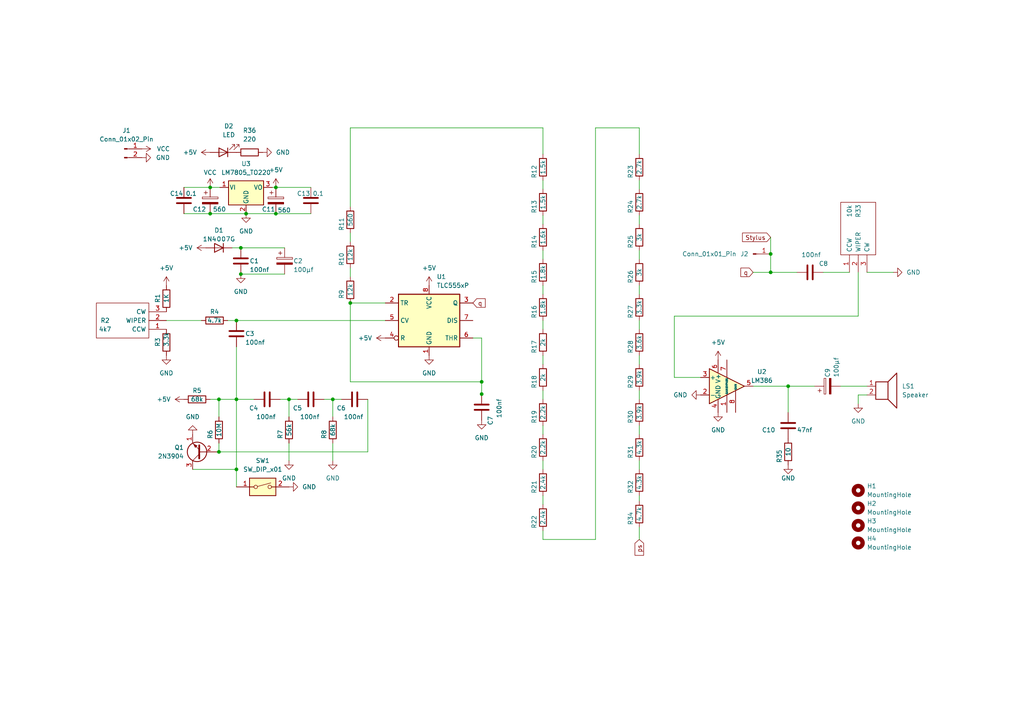
<source format=kicad_sch>
(kicad_sch (version 20230121) (generator eeschema)

  (uuid f088421f-7bf0-4097-963d-a11b06eb3ab0)

  (paper "A4")

  (lib_symbols
    (symbol "Amplifier_Audio:LM386" (pin_names (offset 0.127)) (in_bom yes) (on_board yes)
      (property "Reference" "U" (at 1.27 7.62 0)
        (effects (font (size 1.27 1.27)) (justify left))
      )
      (property "Value" "LM386" (at 1.27 5.08 0)
        (effects (font (size 1.27 1.27)) (justify left))
      )
      (property "Footprint" "" (at 2.54 2.54 0)
        (effects (font (size 1.27 1.27)) hide)
      )
      (property "Datasheet" "http://www.ti.com/lit/ds/symlink/lm386.pdf" (at 5.08 5.08 0)
        (effects (font (size 1.27 1.27)) hide)
      )
      (property "ki_keywords" "single Power opamp" (at 0 0 0)
        (effects (font (size 1.27 1.27)) hide)
      )
      (property "ki_description" "Low Voltage Audio Power Amplifier, DIP-8/SOIC-8/SSOP-8" (at 0 0 0)
        (effects (font (size 1.27 1.27)) hide)
      )
      (property "ki_fp_filters" "SOIC*3.9x4.9mm*P1.27mm* DIP*W7.62mm* MSSOP*P0.65mm* TSSOP*3x3mm*P0.5mm*" (at 0 0 0)
        (effects (font (size 1.27 1.27)) hide)
      )
      (symbol "LM386_0_1"
        (polyline
          (pts
            (xy 5.08 0)
            (xy -5.08 5.08)
            (xy -5.08 -5.08)
            (xy 5.08 0)
          )
          (stroke (width 0.254) (type default))
          (fill (type background))
        )
      )
      (symbol "LM386_1_1"
        (pin input line (at 0 -7.62 90) (length 5.08)
          (name "GAIN" (effects (font (size 0.508 0.508))))
          (number "1" (effects (font (size 1.27 1.27))))
        )
        (pin input line (at -7.62 -2.54 0) (length 2.54)
          (name "-" (effects (font (size 1.27 1.27))))
          (number "2" (effects (font (size 1.27 1.27))))
        )
        (pin input line (at -7.62 2.54 0) (length 2.54)
          (name "+" (effects (font (size 1.27 1.27))))
          (number "3" (effects (font (size 1.27 1.27))))
        )
        (pin power_in line (at -2.54 -7.62 90) (length 3.81)
          (name "GND" (effects (font (size 1.27 1.27))))
          (number "4" (effects (font (size 1.27 1.27))))
        )
        (pin output line (at 7.62 0 180) (length 2.54)
          (name "~" (effects (font (size 1.27 1.27))))
          (number "5" (effects (font (size 1.27 1.27))))
        )
        (pin power_in line (at -2.54 7.62 270) (length 3.81)
          (name "V+" (effects (font (size 1.27 1.27))))
          (number "6" (effects (font (size 1.27 1.27))))
        )
        (pin input line (at 0 7.62 270) (length 5.08)
          (name "BYPASS" (effects (font (size 0.508 0.508))))
          (number "7" (effects (font (size 1.27 1.27))))
        )
        (pin input line (at 2.54 -7.62 90) (length 6.35)
          (name "GAIN" (effects (font (size 0.508 0.508))))
          (number "8" (effects (font (size 1.27 1.27))))
        )
      )
    )
    (symbol "Connector:Conn_01x01_Pin" (pin_names (offset 1.016) hide) (in_bom yes) (on_board yes)
      (property "Reference" "J" (at 0 2.54 0)
        (effects (font (size 1.27 1.27)))
      )
      (property "Value" "Conn_01x01_Pin" (at 0 -2.54 0)
        (effects (font (size 1.27 1.27)))
      )
      (property "Footprint" "" (at 0 0 0)
        (effects (font (size 1.27 1.27)) hide)
      )
      (property "Datasheet" "~" (at 0 0 0)
        (effects (font (size 1.27 1.27)) hide)
      )
      (property "ki_locked" "" (at 0 0 0)
        (effects (font (size 1.27 1.27)))
      )
      (property "ki_keywords" "connector" (at 0 0 0)
        (effects (font (size 1.27 1.27)) hide)
      )
      (property "ki_description" "Generic connector, single row, 01x01, script generated" (at 0 0 0)
        (effects (font (size 1.27 1.27)) hide)
      )
      (property "ki_fp_filters" "Connector*:*_1x??_*" (at 0 0 0)
        (effects (font (size 1.27 1.27)) hide)
      )
      (symbol "Conn_01x01_Pin_1_1"
        (polyline
          (pts
            (xy 1.27 0)
            (xy 0.8636 0)
          )
          (stroke (width 0.1524) (type default))
          (fill (type none))
        )
        (rectangle (start 0.8636 0.127) (end 0 -0.127)
          (stroke (width 0.1524) (type default))
          (fill (type outline))
        )
        (pin passive line (at 5.08 0 180) (length 3.81)
          (name "Pin_1" (effects (font (size 1.27 1.27))))
          (number "1" (effects (font (size 1.27 1.27))))
        )
      )
    )
    (symbol "Connector:Conn_01x02_Pin" (pin_names (offset 1.016) hide) (in_bom yes) (on_board yes)
      (property "Reference" "J" (at 0 2.54 0)
        (effects (font (size 1.27 1.27)))
      )
      (property "Value" "Conn_01x02_Pin" (at 0 -5.08 0)
        (effects (font (size 1.27 1.27)))
      )
      (property "Footprint" "" (at 0 0 0)
        (effects (font (size 1.27 1.27)) hide)
      )
      (property "Datasheet" "~" (at 0 0 0)
        (effects (font (size 1.27 1.27)) hide)
      )
      (property "ki_locked" "" (at 0 0 0)
        (effects (font (size 1.27 1.27)))
      )
      (property "ki_keywords" "connector" (at 0 0 0)
        (effects (font (size 1.27 1.27)) hide)
      )
      (property "ki_description" "Generic connector, single row, 01x02, script generated" (at 0 0 0)
        (effects (font (size 1.27 1.27)) hide)
      )
      (property "ki_fp_filters" "Connector*:*_1x??_*" (at 0 0 0)
        (effects (font (size 1.27 1.27)) hide)
      )
      (symbol "Conn_01x02_Pin_1_1"
        (polyline
          (pts
            (xy 1.27 -2.54)
            (xy 0.8636 -2.54)
          )
          (stroke (width 0.1524) (type default))
          (fill (type none))
        )
        (polyline
          (pts
            (xy 1.27 0)
            (xy 0.8636 0)
          )
          (stroke (width 0.1524) (type default))
          (fill (type none))
        )
        (rectangle (start 0.8636 -2.413) (end 0 -2.667)
          (stroke (width 0.1524) (type default))
          (fill (type outline))
        )
        (rectangle (start 0.8636 0.127) (end 0 -0.127)
          (stroke (width 0.1524) (type default))
          (fill (type outline))
        )
        (pin passive line (at 5.08 0 180) (length 3.81)
          (name "Pin_1" (effects (font (size 1.27 1.27))))
          (number "1" (effects (font (size 1.27 1.27))))
        )
        (pin passive line (at 5.08 -2.54 180) (length 3.81)
          (name "Pin_2" (effects (font (size 1.27 1.27))))
          (number "2" (effects (font (size 1.27 1.27))))
        )
      )
    )
    (symbol "Device:C" (pin_numbers hide) (pin_names (offset 0.254)) (in_bom yes) (on_board yes)
      (property "Reference" "C" (at 0.635 2.54 0)
        (effects (font (size 1.27 1.27)) (justify left))
      )
      (property "Value" "C" (at 0.635 -2.54 0)
        (effects (font (size 1.27 1.27)) (justify left))
      )
      (property "Footprint" "" (at 0.9652 -3.81 0)
        (effects (font (size 1.27 1.27)) hide)
      )
      (property "Datasheet" "~" (at 0 0 0)
        (effects (font (size 1.27 1.27)) hide)
      )
      (property "ki_keywords" "cap capacitor" (at 0 0 0)
        (effects (font (size 1.27 1.27)) hide)
      )
      (property "ki_description" "Unpolarized capacitor" (at 0 0 0)
        (effects (font (size 1.27 1.27)) hide)
      )
      (property "ki_fp_filters" "C_*" (at 0 0 0)
        (effects (font (size 1.27 1.27)) hide)
      )
      (symbol "C_0_1"
        (polyline
          (pts
            (xy -2.032 -0.762)
            (xy 2.032 -0.762)
          )
          (stroke (width 0.508) (type default))
          (fill (type none))
        )
        (polyline
          (pts
            (xy -2.032 0.762)
            (xy 2.032 0.762)
          )
          (stroke (width 0.508) (type default))
          (fill (type none))
        )
      )
      (symbol "C_1_1"
        (pin passive line (at 0 3.81 270) (length 2.794)
          (name "~" (effects (font (size 1.27 1.27))))
          (number "1" (effects (font (size 1.27 1.27))))
        )
        (pin passive line (at 0 -3.81 90) (length 2.794)
          (name "~" (effects (font (size 1.27 1.27))))
          (number "2" (effects (font (size 1.27 1.27))))
        )
      )
    )
    (symbol "Device:C_Polarized" (pin_numbers hide) (pin_names (offset 0.254)) (in_bom yes) (on_board yes)
      (property "Reference" "C" (at 0.635 2.54 0)
        (effects (font (size 1.27 1.27)) (justify left))
      )
      (property "Value" "C_Polarized" (at 0.635 -2.54 0)
        (effects (font (size 1.27 1.27)) (justify left))
      )
      (property "Footprint" "" (at 0.9652 -3.81 0)
        (effects (font (size 1.27 1.27)) hide)
      )
      (property "Datasheet" "~" (at 0 0 0)
        (effects (font (size 1.27 1.27)) hide)
      )
      (property "ki_keywords" "cap capacitor" (at 0 0 0)
        (effects (font (size 1.27 1.27)) hide)
      )
      (property "ki_description" "Polarized capacitor" (at 0 0 0)
        (effects (font (size 1.27 1.27)) hide)
      )
      (property "ki_fp_filters" "CP_*" (at 0 0 0)
        (effects (font (size 1.27 1.27)) hide)
      )
      (symbol "C_Polarized_0_1"
        (rectangle (start -2.286 0.508) (end 2.286 1.016)
          (stroke (width 0) (type default))
          (fill (type none))
        )
        (polyline
          (pts
            (xy -1.778 2.286)
            (xy -0.762 2.286)
          )
          (stroke (width 0) (type default))
          (fill (type none))
        )
        (polyline
          (pts
            (xy -1.27 2.794)
            (xy -1.27 1.778)
          )
          (stroke (width 0) (type default))
          (fill (type none))
        )
        (rectangle (start 2.286 -0.508) (end -2.286 -1.016)
          (stroke (width 0) (type default))
          (fill (type outline))
        )
      )
      (symbol "C_Polarized_1_1"
        (pin passive line (at 0 3.81 270) (length 2.794)
          (name "~" (effects (font (size 1.27 1.27))))
          (number "1" (effects (font (size 1.27 1.27))))
        )
        (pin passive line (at 0 -3.81 90) (length 2.794)
          (name "~" (effects (font (size 1.27 1.27))))
          (number "2" (effects (font (size 1.27 1.27))))
        )
      )
    )
    (symbol "Device:D" (pin_numbers hide) (pin_names (offset 1.016) hide) (in_bom yes) (on_board yes)
      (property "Reference" "D" (at 0 2.54 0)
        (effects (font (size 1.27 1.27)))
      )
      (property "Value" "D" (at 0 -2.54 0)
        (effects (font (size 1.27 1.27)))
      )
      (property "Footprint" "" (at 0 0 0)
        (effects (font (size 1.27 1.27)) hide)
      )
      (property "Datasheet" "~" (at 0 0 0)
        (effects (font (size 1.27 1.27)) hide)
      )
      (property "Sim.Device" "D" (at 0 0 0)
        (effects (font (size 1.27 1.27)) hide)
      )
      (property "Sim.Pins" "1=K 2=A" (at 0 0 0)
        (effects (font (size 1.27 1.27)) hide)
      )
      (property "ki_keywords" "diode" (at 0 0 0)
        (effects (font (size 1.27 1.27)) hide)
      )
      (property "ki_description" "Diode" (at 0 0 0)
        (effects (font (size 1.27 1.27)) hide)
      )
      (property "ki_fp_filters" "TO-???* *_Diode_* *SingleDiode* D_*" (at 0 0 0)
        (effects (font (size 1.27 1.27)) hide)
      )
      (symbol "D_0_1"
        (polyline
          (pts
            (xy -1.27 1.27)
            (xy -1.27 -1.27)
          )
          (stroke (width 0.254) (type default))
          (fill (type none))
        )
        (polyline
          (pts
            (xy 1.27 0)
            (xy -1.27 0)
          )
          (stroke (width 0) (type default))
          (fill (type none))
        )
        (polyline
          (pts
            (xy 1.27 1.27)
            (xy 1.27 -1.27)
            (xy -1.27 0)
            (xy 1.27 1.27)
          )
          (stroke (width 0.254) (type default))
          (fill (type none))
        )
      )
      (symbol "D_1_1"
        (pin passive line (at -3.81 0 0) (length 2.54)
          (name "K" (effects (font (size 1.27 1.27))))
          (number "1" (effects (font (size 1.27 1.27))))
        )
        (pin passive line (at 3.81 0 180) (length 2.54)
          (name "A" (effects (font (size 1.27 1.27))))
          (number "2" (effects (font (size 1.27 1.27))))
        )
      )
    )
    (symbol "Device:LED" (pin_numbers hide) (pin_names (offset 1.016) hide) (in_bom yes) (on_board yes)
      (property "Reference" "D" (at 0 2.54 0)
        (effects (font (size 1.27 1.27)))
      )
      (property "Value" "LED" (at 0 -2.54 0)
        (effects (font (size 1.27 1.27)))
      )
      (property "Footprint" "" (at 0 0 0)
        (effects (font (size 1.27 1.27)) hide)
      )
      (property "Datasheet" "~" (at 0 0 0)
        (effects (font (size 1.27 1.27)) hide)
      )
      (property "ki_keywords" "LED diode" (at 0 0 0)
        (effects (font (size 1.27 1.27)) hide)
      )
      (property "ki_description" "Light emitting diode" (at 0 0 0)
        (effects (font (size 1.27 1.27)) hide)
      )
      (property "ki_fp_filters" "LED* LED_SMD:* LED_THT:*" (at 0 0 0)
        (effects (font (size 1.27 1.27)) hide)
      )
      (symbol "LED_0_1"
        (polyline
          (pts
            (xy -1.27 -1.27)
            (xy -1.27 1.27)
          )
          (stroke (width 0.254) (type default))
          (fill (type none))
        )
        (polyline
          (pts
            (xy -1.27 0)
            (xy 1.27 0)
          )
          (stroke (width 0) (type default))
          (fill (type none))
        )
        (polyline
          (pts
            (xy 1.27 -1.27)
            (xy 1.27 1.27)
            (xy -1.27 0)
            (xy 1.27 -1.27)
          )
          (stroke (width 0.254) (type default))
          (fill (type none))
        )
        (polyline
          (pts
            (xy -3.048 -0.762)
            (xy -4.572 -2.286)
            (xy -3.81 -2.286)
            (xy -4.572 -2.286)
            (xy -4.572 -1.524)
          )
          (stroke (width 0) (type default))
          (fill (type none))
        )
        (polyline
          (pts
            (xy -1.778 -0.762)
            (xy -3.302 -2.286)
            (xy -2.54 -2.286)
            (xy -3.302 -2.286)
            (xy -3.302 -1.524)
          )
          (stroke (width 0) (type default))
          (fill (type none))
        )
      )
      (symbol "LED_1_1"
        (pin passive line (at -3.81 0 0) (length 2.54)
          (name "K" (effects (font (size 1.27 1.27))))
          (number "1" (effects (font (size 1.27 1.27))))
        )
        (pin passive line (at 3.81 0 180) (length 2.54)
          (name "A" (effects (font (size 1.27 1.27))))
          (number "2" (effects (font (size 1.27 1.27))))
        )
      )
    )
    (symbol "Device:R" (pin_numbers hide) (pin_names (offset 0)) (in_bom yes) (on_board yes)
      (property "Reference" "R" (at 2.032 0 90)
        (effects (font (size 1.27 1.27)))
      )
      (property "Value" "R" (at 0 0 90)
        (effects (font (size 1.27 1.27)))
      )
      (property "Footprint" "" (at -1.778 0 90)
        (effects (font (size 1.27 1.27)) hide)
      )
      (property "Datasheet" "~" (at 0 0 0)
        (effects (font (size 1.27 1.27)) hide)
      )
      (property "ki_keywords" "R res resistor" (at 0 0 0)
        (effects (font (size 1.27 1.27)) hide)
      )
      (property "ki_description" "Resistor" (at 0 0 0)
        (effects (font (size 1.27 1.27)) hide)
      )
      (property "ki_fp_filters" "R_*" (at 0 0 0)
        (effects (font (size 1.27 1.27)) hide)
      )
      (symbol "R_0_1"
        (rectangle (start -1.016 -2.54) (end 1.016 2.54)
          (stroke (width 0.254) (type default))
          (fill (type none))
        )
      )
      (symbol "R_1_1"
        (pin passive line (at 0 3.81 270) (length 1.27)
          (name "~" (effects (font (size 1.27 1.27))))
          (number "1" (effects (font (size 1.27 1.27))))
        )
        (pin passive line (at 0 -3.81 90) (length 1.27)
          (name "~" (effects (font (size 1.27 1.27))))
          (number "2" (effects (font (size 1.27 1.27))))
        )
      )
    )
    (symbol "Device:Speaker" (pin_names (offset 0) hide) (in_bom yes) (on_board yes)
      (property "Reference" "LS" (at 1.27 5.715 0)
        (effects (font (size 1.27 1.27)) (justify right))
      )
      (property "Value" "Speaker" (at 1.27 3.81 0)
        (effects (font (size 1.27 1.27)) (justify right))
      )
      (property "Footprint" "" (at 0 -5.08 0)
        (effects (font (size 1.27 1.27)) hide)
      )
      (property "Datasheet" "~" (at -0.254 -1.27 0)
        (effects (font (size 1.27 1.27)) hide)
      )
      (property "ki_keywords" "speaker sound" (at 0 0 0)
        (effects (font (size 1.27 1.27)) hide)
      )
      (property "ki_description" "Speaker" (at 0 0 0)
        (effects (font (size 1.27 1.27)) hide)
      )
      (symbol "Speaker_0_0"
        (rectangle (start -2.54 1.27) (end 1.016 -3.81)
          (stroke (width 0.254) (type default))
          (fill (type none))
        )
        (polyline
          (pts
            (xy 1.016 1.27)
            (xy 3.556 3.81)
            (xy 3.556 -6.35)
            (xy 1.016 -3.81)
          )
          (stroke (width 0.254) (type default))
          (fill (type none))
        )
      )
      (symbol "Speaker_1_1"
        (pin input line (at -5.08 0 0) (length 2.54)
          (name "1" (effects (font (size 1.27 1.27))))
          (number "1" (effects (font (size 1.27 1.27))))
        )
        (pin input line (at -5.08 -2.54 0) (length 2.54)
          (name "2" (effects (font (size 1.27 1.27))))
          (number "2" (effects (font (size 1.27 1.27))))
        )
      )
    )
    (symbol "Mechanical:MountingHole" (pin_names (offset 1.016)) (in_bom yes) (on_board yes)
      (property "Reference" "H" (at 0 5.08 0)
        (effects (font (size 1.27 1.27)))
      )
      (property "Value" "MountingHole" (at 0 3.175 0)
        (effects (font (size 1.27 1.27)))
      )
      (property "Footprint" "" (at 0 0 0)
        (effects (font (size 1.27 1.27)) hide)
      )
      (property "Datasheet" "~" (at 0 0 0)
        (effects (font (size 1.27 1.27)) hide)
      )
      (property "ki_keywords" "mounting hole" (at 0 0 0)
        (effects (font (size 1.27 1.27)) hide)
      )
      (property "ki_description" "Mounting Hole without connection" (at 0 0 0)
        (effects (font (size 1.27 1.27)) hide)
      )
      (property "ki_fp_filters" "MountingHole*" (at 0 0 0)
        (effects (font (size 1.27 1.27)) hide)
      )
      (symbol "MountingHole_0_1"
        (circle (center 0 0) (radius 1.27)
          (stroke (width 1.27) (type default))
          (fill (type none))
        )
      )
    )
    (symbol "Regulator_Linear:LM7805_TO220" (pin_names (offset 0.254)) (in_bom yes) (on_board yes)
      (property "Reference" "U" (at -3.81 3.175 0)
        (effects (font (size 1.27 1.27)))
      )
      (property "Value" "LM7805_TO220" (at 0 3.175 0)
        (effects (font (size 1.27 1.27)) (justify left))
      )
      (property "Footprint" "Package_TO_SOT_THT:TO-220-3_Vertical" (at 0 5.715 0)
        (effects (font (size 1.27 1.27) italic) hide)
      )
      (property "Datasheet" "https://www.onsemi.cn/PowerSolutions/document/MC7800-D.PDF" (at 0 -1.27 0)
        (effects (font (size 1.27 1.27)) hide)
      )
      (property "ki_keywords" "Voltage Regulator 1A Positive" (at 0 0 0)
        (effects (font (size 1.27 1.27)) hide)
      )
      (property "ki_description" "Positive 1A 35V Linear Regulator, Fixed Output 5V, TO-220" (at 0 0 0)
        (effects (font (size 1.27 1.27)) hide)
      )
      (property "ki_fp_filters" "TO?220*" (at 0 0 0)
        (effects (font (size 1.27 1.27)) hide)
      )
      (symbol "LM7805_TO220_0_1"
        (rectangle (start -5.08 1.905) (end 5.08 -5.08)
          (stroke (width 0.254) (type default))
          (fill (type background))
        )
      )
      (symbol "LM7805_TO220_1_1"
        (pin power_in line (at -7.62 0 0) (length 2.54)
          (name "VI" (effects (font (size 1.27 1.27))))
          (number "1" (effects (font (size 1.27 1.27))))
        )
        (pin power_in line (at 0 -7.62 90) (length 2.54)
          (name "GND" (effects (font (size 1.27 1.27))))
          (number "2" (effects (font (size 1.27 1.27))))
        )
        (pin power_out line (at 7.62 0 180) (length 2.54)
          (name "VO" (effects (font (size 1.27 1.27))))
          (number "3" (effects (font (size 1.27 1.27))))
        )
      )
    )
    (symbol "SamacSys_Parts:3296W-1-503LF" (pin_names (offset 0.762)) (in_bom yes) (on_board yes)
      (property "Reference" "R" (at 21.59 7.62 0)
        (effects (font (size 1.27 1.27)) (justify left))
      )
      (property "Value" "3296W-1-503LF" (at 21.59 5.08 0)
        (effects (font (size 1.27 1.27)) (justify left))
      )
      (property "Footprint" "3296W-1" (at 21.59 2.54 0)
        (effects (font (size 1.27 1.27)) (justify left) hide)
      )
      (property "Datasheet" "http://www.bourns.com/docs/Product-Datasheets/3296.pdf" (at 21.59 0 0)
        (effects (font (size 1.27 1.27)) (justify left) hide)
      )
      (property "Description" "3296W top adj cermet trimmer,50K 10mm Bourns 3296W Series 25-Turn Through Hole Cermet Trimmer Resistor with Pin Terminations, 50k +/-10% 1/2W +/-100ppm/C" (at 21.59 -2.54 0)
        (effects (font (size 1.27 1.27)) (justify left) hide)
      )
      (property "Height" "" (at 21.59 -5.08 0)
        (effects (font (size 1.27 1.27)) (justify left) hide)
      )
      (property "Manufacturer_Name" "Bourns" (at 21.59 -7.62 0)
        (effects (font (size 1.27 1.27)) (justify left) hide)
      )
      (property "Manufacturer_Part_Number" "3296W-1-503LF" (at 21.59 -10.16 0)
        (effects (font (size 1.27 1.27)) (justify left) hide)
      )
      (property "Mouser Part Number" "652-3296W-1-503LF" (at 21.59 -12.7 0)
        (effects (font (size 1.27 1.27)) (justify left) hide)
      )
      (property "Mouser Price/Stock" "https://www.mouser.co.uk/ProductDetail/Bourns/3296W-1-503LF?qs=NmEazmuVvbVy5cO6T2zGYQ%3D%3D" (at 21.59 -15.24 0)
        (effects (font (size 1.27 1.27)) (justify left) hide)
      )
      (property "Arrow Part Number" "3296W-1-503LF" (at 21.59 -17.78 0)
        (effects (font (size 1.27 1.27)) (justify left) hide)
      )
      (property "Arrow Price/Stock" "https://www.arrow.com/en/products/3296w-1-503lf/bourns?region=europe" (at 21.59 -20.32 0)
        (effects (font (size 1.27 1.27)) (justify left) hide)
      )
      (property "ki_description" "3296W top adj cermet trimmer,50K 10mm Bourns 3296W Series 25-Turn Through Hole Cermet Trimmer Resistor with Pin Terminations, 50k +/-10% 1/2W +/-100ppm/C" (at 0 0 0)
        (effects (font (size 1.27 1.27)) hide)
      )
      (symbol "3296W-1-503LF_0_0"
        (pin passive line (at 0 0 0) (length 5.08)
          (name "CCW" (effects (font (size 1.27 1.27))))
          (number "1" (effects (font (size 1.27 1.27))))
        )
        (pin passive line (at 0 -2.54 0) (length 5.08)
          (name "WIPER" (effects (font (size 1.27 1.27))))
          (number "2" (effects (font (size 1.27 1.27))))
        )
        (pin passive line (at 0 -5.08 0) (length 5.08)
          (name "CW" (effects (font (size 1.27 1.27))))
          (number "3" (effects (font (size 1.27 1.27))))
        )
      )
      (symbol "3296W-1-503LF_0_1"
        (polyline
          (pts
            (xy 5.08 2.54)
            (xy 20.32 2.54)
            (xy 20.32 -7.62)
            (xy 5.08 -7.62)
            (xy 5.08 2.54)
          )
          (stroke (width 0.1524) (type solid))
          (fill (type none))
        )
      )
    )
    (symbol "Switch:SW_DIP_x01" (pin_names (offset 0) hide) (in_bom yes) (on_board yes)
      (property "Reference" "SW" (at 0 3.81 0)
        (effects (font (size 1.27 1.27)))
      )
      (property "Value" "SW_DIP_x01" (at 0 -3.81 0)
        (effects (font (size 1.27 1.27)))
      )
      (property "Footprint" "" (at 0 0 0)
        (effects (font (size 1.27 1.27)) hide)
      )
      (property "Datasheet" "~" (at 0 0 0)
        (effects (font (size 1.27 1.27)) hide)
      )
      (property "ki_keywords" "dip switch" (at 0 0 0)
        (effects (font (size 1.27 1.27)) hide)
      )
      (property "ki_description" "1x DIP Switch, Single Pole Single Throw (SPST) switch, small symbol" (at 0 0 0)
        (effects (font (size 1.27 1.27)) hide)
      )
      (property "ki_fp_filters" "SW?DIP?x1*" (at 0 0 0)
        (effects (font (size 1.27 1.27)) hide)
      )
      (symbol "SW_DIP_x01_0_0"
        (circle (center -2.032 0) (radius 0.508)
          (stroke (width 0) (type default))
          (fill (type none))
        )
        (polyline
          (pts
            (xy -1.524 0.127)
            (xy 2.3622 1.1684)
          )
          (stroke (width 0) (type default))
          (fill (type none))
        )
        (circle (center 2.032 0) (radius 0.508)
          (stroke (width 0) (type default))
          (fill (type none))
        )
      )
      (symbol "SW_DIP_x01_0_1"
        (rectangle (start -3.81 2.54) (end 3.81 -2.54)
          (stroke (width 0.254) (type default))
          (fill (type background))
        )
      )
      (symbol "SW_DIP_x01_1_1"
        (pin passive line (at -7.62 0 0) (length 5.08)
          (name "~" (effects (font (size 1.27 1.27))))
          (number "1" (effects (font (size 1.27 1.27))))
        )
        (pin passive line (at 7.62 0 180) (length 5.08)
          (name "~" (effects (font (size 1.27 1.27))))
          (number "2" (effects (font (size 1.27 1.27))))
        )
      )
    )
    (symbol "Timer:TLC555xP" (in_bom yes) (on_board yes)
      (property "Reference" "U" (at -10.16 8.89 0)
        (effects (font (size 1.27 1.27)) (justify left))
      )
      (property "Value" "TLC555xP" (at 2.54 8.89 0)
        (effects (font (size 1.27 1.27)) (justify left))
      )
      (property "Footprint" "Package_DIP:DIP-8_W7.62mm" (at 16.51 -10.16 0)
        (effects (font (size 1.27 1.27)) hide)
      )
      (property "Datasheet" "http://www.ti.com/lit/ds/symlink/tlc555.pdf" (at 21.59 -10.16 0)
        (effects (font (size 1.27 1.27)) hide)
      )
      (property "ki_keywords" "single timer 555" (at 0 0 0)
        (effects (font (size 1.27 1.27)) hide)
      )
      (property "ki_description" "Single LinCMOS Timer, 555 compatible, PDIP-8" (at 0 0 0)
        (effects (font (size 1.27 1.27)) hide)
      )
      (property "ki_fp_filters" "DIP*W7.62mm*" (at 0 0 0)
        (effects (font (size 1.27 1.27)) hide)
      )
      (symbol "TLC555xP_0_0"
        (pin power_in line (at 0 -10.16 90) (length 2.54)
          (name "GND" (effects (font (size 1.27 1.27))))
          (number "1" (effects (font (size 1.27 1.27))))
        )
        (pin power_in line (at 0 10.16 270) (length 2.54)
          (name "VCC" (effects (font (size 1.27 1.27))))
          (number "8" (effects (font (size 1.27 1.27))))
        )
      )
      (symbol "TLC555xP_0_1"
        (rectangle (start -8.89 -7.62) (end 8.89 7.62)
          (stroke (width 0.254) (type default))
          (fill (type background))
        )
        (rectangle (start -8.89 -7.62) (end 8.89 7.62)
          (stroke (width 0.254) (type default))
          (fill (type background))
        )
      )
      (symbol "TLC555xP_1_1"
        (pin input line (at -12.7 5.08 0) (length 3.81)
          (name "TR" (effects (font (size 1.27 1.27))))
          (number "2" (effects (font (size 1.27 1.27))))
        )
        (pin output line (at 12.7 5.08 180) (length 3.81)
          (name "Q" (effects (font (size 1.27 1.27))))
          (number "3" (effects (font (size 1.27 1.27))))
        )
        (pin input inverted (at -12.7 -5.08 0) (length 3.81)
          (name "R" (effects (font (size 1.27 1.27))))
          (number "4" (effects (font (size 1.27 1.27))))
        )
        (pin input line (at -12.7 0 0) (length 3.81)
          (name "CV" (effects (font (size 1.27 1.27))))
          (number "5" (effects (font (size 1.27 1.27))))
        )
        (pin input line (at 12.7 -5.08 180) (length 3.81)
          (name "THR" (effects (font (size 1.27 1.27))))
          (number "6" (effects (font (size 1.27 1.27))))
        )
        (pin input line (at 12.7 0 180) (length 3.81)
          (name "DIS" (effects (font (size 1.27 1.27))))
          (number "7" (effects (font (size 1.27 1.27))))
        )
      )
    )
    (symbol "Transistor_BJT:2N3904" (pin_names (offset 0) hide) (in_bom yes) (on_board yes)
      (property "Reference" "Q" (at 5.08 1.905 0)
        (effects (font (size 1.27 1.27)) (justify left))
      )
      (property "Value" "2N3904" (at 5.08 0 0)
        (effects (font (size 1.27 1.27)) (justify left))
      )
      (property "Footprint" "Package_TO_SOT_THT:TO-92_Inline" (at 5.08 -1.905 0)
        (effects (font (size 1.27 1.27) italic) (justify left) hide)
      )
      (property "Datasheet" "https://www.onsemi.com/pub/Collateral/2N3903-D.PDF" (at 0 0 0)
        (effects (font (size 1.27 1.27)) (justify left) hide)
      )
      (property "ki_keywords" "NPN Transistor" (at 0 0 0)
        (effects (font (size 1.27 1.27)) hide)
      )
      (property "ki_description" "0.2A Ic, 40V Vce, Small Signal NPN Transistor, TO-92" (at 0 0 0)
        (effects (font (size 1.27 1.27)) hide)
      )
      (property "ki_fp_filters" "TO?92*" (at 0 0 0)
        (effects (font (size 1.27 1.27)) hide)
      )
      (symbol "2N3904_0_1"
        (polyline
          (pts
            (xy 0.635 0.635)
            (xy 2.54 2.54)
          )
          (stroke (width 0) (type default))
          (fill (type none))
        )
        (polyline
          (pts
            (xy 0.635 -0.635)
            (xy 2.54 -2.54)
            (xy 2.54 -2.54)
          )
          (stroke (width 0) (type default))
          (fill (type none))
        )
        (polyline
          (pts
            (xy 0.635 1.905)
            (xy 0.635 -1.905)
            (xy 0.635 -1.905)
          )
          (stroke (width 0.508) (type default))
          (fill (type none))
        )
        (polyline
          (pts
            (xy 1.27 -1.778)
            (xy 1.778 -1.27)
            (xy 2.286 -2.286)
            (xy 1.27 -1.778)
            (xy 1.27 -1.778)
          )
          (stroke (width 0) (type default))
          (fill (type outline))
        )
        (circle (center 1.27 0) (radius 2.8194)
          (stroke (width 0.254) (type default))
          (fill (type none))
        )
      )
      (symbol "2N3904_1_1"
        (pin passive line (at 2.54 -5.08 90) (length 2.54)
          (name "E" (effects (font (size 1.27 1.27))))
          (number "1" (effects (font (size 1.27 1.27))))
        )
        (pin passive line (at -5.08 0 0) (length 5.715)
          (name "B" (effects (font (size 1.27 1.27))))
          (number "2" (effects (font (size 1.27 1.27))))
        )
        (pin passive line (at 2.54 5.08 270) (length 2.54)
          (name "C" (effects (font (size 1.27 1.27))))
          (number "3" (effects (font (size 1.27 1.27))))
        )
      )
    )
    (symbol "power:+5V" (power) (pin_names (offset 0)) (in_bom yes) (on_board yes)
      (property "Reference" "#PWR" (at 0 -3.81 0)
        (effects (font (size 1.27 1.27)) hide)
      )
      (property "Value" "+5V" (at 0 3.556 0)
        (effects (font (size 1.27 1.27)))
      )
      (property "Footprint" "" (at 0 0 0)
        (effects (font (size 1.27 1.27)) hide)
      )
      (property "Datasheet" "" (at 0 0 0)
        (effects (font (size 1.27 1.27)) hide)
      )
      (property "ki_keywords" "global power" (at 0 0 0)
        (effects (font (size 1.27 1.27)) hide)
      )
      (property "ki_description" "Power symbol creates a global label with name \"+5V\"" (at 0 0 0)
        (effects (font (size 1.27 1.27)) hide)
      )
      (symbol "+5V_0_1"
        (polyline
          (pts
            (xy -0.762 1.27)
            (xy 0 2.54)
          )
          (stroke (width 0) (type default))
          (fill (type none))
        )
        (polyline
          (pts
            (xy 0 0)
            (xy 0 2.54)
          )
          (stroke (width 0) (type default))
          (fill (type none))
        )
        (polyline
          (pts
            (xy 0 2.54)
            (xy 0.762 1.27)
          )
          (stroke (width 0) (type default))
          (fill (type none))
        )
      )
      (symbol "+5V_1_1"
        (pin power_in line (at 0 0 90) (length 0) hide
          (name "+5V" (effects (font (size 1.27 1.27))))
          (number "1" (effects (font (size 1.27 1.27))))
        )
      )
    )
    (symbol "power:GND" (power) (pin_names (offset 0)) (in_bom yes) (on_board yes)
      (property "Reference" "#PWR" (at 0 -6.35 0)
        (effects (font (size 1.27 1.27)) hide)
      )
      (property "Value" "GND" (at 0 -3.81 0)
        (effects (font (size 1.27 1.27)))
      )
      (property "Footprint" "" (at 0 0 0)
        (effects (font (size 1.27 1.27)) hide)
      )
      (property "Datasheet" "" (at 0 0 0)
        (effects (font (size 1.27 1.27)) hide)
      )
      (property "ki_keywords" "global power" (at 0 0 0)
        (effects (font (size 1.27 1.27)) hide)
      )
      (property "ki_description" "Power symbol creates a global label with name \"GND\" , ground" (at 0 0 0)
        (effects (font (size 1.27 1.27)) hide)
      )
      (symbol "GND_0_1"
        (polyline
          (pts
            (xy 0 0)
            (xy 0 -1.27)
            (xy 1.27 -1.27)
            (xy 0 -2.54)
            (xy -1.27 -1.27)
            (xy 0 -1.27)
          )
          (stroke (width 0) (type default))
          (fill (type none))
        )
      )
      (symbol "GND_1_1"
        (pin power_in line (at 0 0 270) (length 0) hide
          (name "GND" (effects (font (size 1.27 1.27))))
          (number "1" (effects (font (size 1.27 1.27))))
        )
      )
    )
    (symbol "power:VCC" (power) (pin_names (offset 0)) (in_bom yes) (on_board yes)
      (property "Reference" "#PWR" (at 0 -3.81 0)
        (effects (font (size 1.27 1.27)) hide)
      )
      (property "Value" "VCC" (at 0 3.81 0)
        (effects (font (size 1.27 1.27)))
      )
      (property "Footprint" "" (at 0 0 0)
        (effects (font (size 1.27 1.27)) hide)
      )
      (property "Datasheet" "" (at 0 0 0)
        (effects (font (size 1.27 1.27)) hide)
      )
      (property "ki_keywords" "global power" (at 0 0 0)
        (effects (font (size 1.27 1.27)) hide)
      )
      (property "ki_description" "Power symbol creates a global label with name \"VCC\"" (at 0 0 0)
        (effects (font (size 1.27 1.27)) hide)
      )
      (symbol "VCC_0_1"
        (polyline
          (pts
            (xy -0.762 1.27)
            (xy 0 2.54)
          )
          (stroke (width 0) (type default))
          (fill (type none))
        )
        (polyline
          (pts
            (xy 0 0)
            (xy 0 2.54)
          )
          (stroke (width 0) (type default))
          (fill (type none))
        )
        (polyline
          (pts
            (xy 0 2.54)
            (xy 0.762 1.27)
          )
          (stroke (width 0) (type default))
          (fill (type none))
        )
      )
      (symbol "VCC_1_1"
        (pin power_in line (at 0 0 90) (length 0) hide
          (name "VCC" (effects (font (size 1.27 1.27))))
          (number "1" (effects (font (size 1.27 1.27))))
        )
      )
    )
  )

  (junction (at 63.5 131.064) (diameter 0) (color 0 0 0 0)
    (uuid 07bf1eab-bcaf-4cfe-9321-99e4c981b3c1)
  )
  (junction (at 101.6 87.884) (diameter 0) (color 0 0 0 0)
    (uuid 3559a5d7-b85f-4cc2-9ee4-80a5e7c50fc3)
  )
  (junction (at 223.52 73.66) (diameter 0) (color 0 0 0 0)
    (uuid 46b792f0-b062-4de3-8050-544b214529bc)
  )
  (junction (at 69.85 71.882) (diameter 0) (color 0 0 0 0)
    (uuid 4e9fc4e4-fc60-44d2-a2f2-bce66798e422)
  )
  (junction (at 63.5 115.824) (diameter 0) (color 0 0 0 0)
    (uuid 626c0bd6-182d-4903-a76f-f6adb52a5588)
  )
  (junction (at 71.374 61.976) (diameter 0) (color 0 0 0 0)
    (uuid 679ee335-4df4-463e-aad4-66e0e0f0b068)
  )
  (junction (at 80.01 54.356) (diameter 0) (color 0 0 0 0)
    (uuid 6a84aea0-ba35-4f38-ba6c-db07279f6bae)
  )
  (junction (at 68.58 115.824) (diameter 0) (color 0 0 0 0)
    (uuid 98b67aab-293b-48cf-b259-4c03b6c0d6da)
  )
  (junction (at 139.7 114.3) (diameter 0) (color 0 0 0 0)
    (uuid a304a221-f971-46d7-b915-9467248d5e82)
  )
  (junction (at 60.96 54.356) (diameter 0) (color 0 0 0 0)
    (uuid ae57840a-76a7-4468-890b-6e6b30098963)
  )
  (junction (at 83.82 115.824) (diameter 0) (color 0 0 0 0)
    (uuid b77180ba-fa8e-44a9-9b6d-d884d9df01fd)
  )
  (junction (at 68.58 136.144) (diameter 0) (color 0 0 0 0)
    (uuid c77eaf8d-1864-4491-ae7c-c81a70d4b32f)
  )
  (junction (at 223.52 78.994) (diameter 0) (color 0 0 0 0)
    (uuid d57a05fb-f9de-4fe3-afb8-0ec455943922)
  )
  (junction (at 69.85 79.502) (diameter 0) (color 0 0 0 0)
    (uuid d8c842e1-7949-490c-81ab-279a0d62dea3)
  )
  (junction (at 96.52 115.824) (diameter 0) (color 0 0 0 0)
    (uuid e2b586fc-ff67-4378-8e40-40b86cb30dd6)
  )
  (junction (at 68.58 92.964) (diameter 0) (color 0 0 0 0)
    (uuid e4869ca3-3e7b-4ed0-abc5-d6dbef699e51)
  )
  (junction (at 60.96 61.976) (diameter 0) (color 0 0 0 0)
    (uuid e4b5757c-db35-4ac0-923d-738d0263e5ae)
  )
  (junction (at 139.7 110.744) (diameter 0) (color 0 0 0 0)
    (uuid e517ca23-78ba-41f5-b1fb-bdd7df8045f9)
  )
  (junction (at 80.01 61.976) (diameter 0) (color 0 0 0 0)
    (uuid ed416573-0c95-4065-a39f-620fe33dd2d2)
  )
  (junction (at 228.6 112.014) (diameter 0) (color 0 0 0 0)
    (uuid fcc11b33-4761-438e-ae24-84d90378e7de)
  )

  (wire (pts (xy 157.48 153.924) (xy 157.48 156.464))
    (stroke (width 0) (type default))
    (uuid 04f0c207-4c75-4134-bce7-000eaa732916)
  )
  (wire (pts (xy 157.48 37.084) (xy 157.48 44.704))
    (stroke (width 0) (type default))
    (uuid 0bfbc281-78d1-43fb-b25e-f92057fd1d08)
  )
  (wire (pts (xy 185.42 152.908) (xy 185.42 156.464))
    (stroke (width 0) (type default))
    (uuid 0c14b67e-bab6-445e-8b38-e555cd1ef881)
  )
  (wire (pts (xy 69.85 71.882) (xy 82.55 71.882))
    (stroke (width 0) (type default))
    (uuid 12ab0352-c81b-45d5-b317-bf38421af1b3)
  )
  (wire (pts (xy 137.16 98.044) (xy 139.7 98.044))
    (stroke (width 0) (type default))
    (uuid 151a2756-890a-4395-b225-82f94c1ee017)
  )
  (wire (pts (xy 157.48 133.604) (xy 157.48 136.144))
    (stroke (width 0) (type default))
    (uuid 166ffd64-dd0a-4bb0-b2d0-d5e6739e4a0d)
  )
  (wire (pts (xy 80.01 54.356) (xy 90.17 54.356))
    (stroke (width 0) (type default))
    (uuid 182e2e07-f6e4-4d51-9f30-c08423b23194)
  )
  (wire (pts (xy 101.6 110.744) (xy 101.6 87.884))
    (stroke (width 0) (type default))
    (uuid 19660cc7-4dfe-416a-91e3-dbad0b945a1b)
  )
  (wire (pts (xy 218.44 78.994) (xy 223.52 78.994))
    (stroke (width 0) (type default))
    (uuid 19ea0991-331e-4b04-88e9-2b1a71921b8e)
  )
  (wire (pts (xy 53.34 54.356) (xy 60.96 54.356))
    (stroke (width 0) (type default))
    (uuid 1bc7156e-6de0-40ca-a6db-16abdaf426ee)
  )
  (wire (pts (xy 101.6 59.944) (xy 101.6 37.084))
    (stroke (width 0) (type default))
    (uuid 2a94e6d5-3e75-4b91-bc77-64969073dd3e)
  )
  (wire (pts (xy 185.42 82.804) (xy 185.42 85.344))
    (stroke (width 0) (type default))
    (uuid 2add1f2e-eacd-4c4a-860d-94f1e12a4cb6)
  )
  (wire (pts (xy 195.58 91.694) (xy 195.58 109.474))
    (stroke (width 0) (type default))
    (uuid 3005fad6-84eb-46de-9638-ba1b99fd952f)
  )
  (wire (pts (xy 55.88 136.144) (xy 68.58 136.144))
    (stroke (width 0) (type default))
    (uuid 33231ad2-6981-4ad4-ae44-bb66771d7337)
  )
  (wire (pts (xy 68.58 136.144) (xy 68.58 141.224))
    (stroke (width 0) (type default))
    (uuid 37887e56-b187-45b4-90e3-81330523ed11)
  )
  (wire (pts (xy 185.42 123.444) (xy 185.42 125.984))
    (stroke (width 0) (type default))
    (uuid 3c40da7a-396e-4837-a6af-b983b90050fb)
  )
  (wire (pts (xy 93.98 115.824) (xy 96.52 115.824))
    (stroke (width 0) (type default))
    (uuid 3d4e00ed-a615-43bc-999e-243aec7e71c7)
  )
  (wire (pts (xy 139.7 114.3) (xy 139.7 114.554))
    (stroke (width 0) (type default))
    (uuid 3fef27b5-1948-459e-994c-83c803e7b0d7)
  )
  (wire (pts (xy 139.7 110.744) (xy 139.7 114.3))
    (stroke (width 0) (type default))
    (uuid 42bfd262-62bd-47f9-b88d-30cae0b5bd1e)
  )
  (wire (pts (xy 68.58 92.964) (xy 111.76 92.964))
    (stroke (width 0) (type default))
    (uuid 43290789-1320-44af-828a-f928b2fe406b)
  )
  (wire (pts (xy 78.994 54.356) (xy 80.01 54.356))
    (stroke (width 0) (type default))
    (uuid 45a37a5c-55e9-468b-a128-a42a0b51c73a)
  )
  (wire (pts (xy 248.92 78.994) (xy 248.92 91.694))
    (stroke (width 0) (type default))
    (uuid 46053a2a-8047-4008-804b-2f113b1921e3)
  )
  (wire (pts (xy 68.58 100.584) (xy 68.58 115.824))
    (stroke (width 0) (type default))
    (uuid 460b9f9a-c676-4997-8d33-986b5c25bb16)
  )
  (wire (pts (xy 185.42 113.284) (xy 185.42 115.824))
    (stroke (width 0) (type default))
    (uuid 48ba5fc8-b14c-4b56-aeb5-1f2873054018)
  )
  (wire (pts (xy 101.6 77.724) (xy 101.6 80.264))
    (stroke (width 0) (type default))
    (uuid 492bd882-8ad9-45ca-9536-776a71b2e8eb)
  )
  (wire (pts (xy 223.52 78.994) (xy 231.14 78.994))
    (stroke (width 0) (type default))
    (uuid 4fa43505-2886-4c63-a6a4-6cf907b417df)
  )
  (wire (pts (xy 157.48 92.964) (xy 157.48 95.504))
    (stroke (width 0) (type default))
    (uuid 50573e41-a888-4c1f-b0f1-d958b4556c77)
  )
  (wire (pts (xy 63.5 115.824) (xy 63.5 120.904))
    (stroke (width 0) (type default))
    (uuid 53360a35-0714-417d-8bf2-208c4d6e8041)
  )
  (wire (pts (xy 157.48 143.764) (xy 157.48 146.304))
    (stroke (width 0) (type default))
    (uuid 5392502c-605c-4ec2-b0d1-0225512a71cb)
  )
  (wire (pts (xy 60.96 61.976) (xy 71.374 61.976))
    (stroke (width 0) (type default))
    (uuid 56bdec38-ca42-4091-8b7e-1ffb74911453)
  )
  (wire (pts (xy 251.46 114.554) (xy 248.92 114.554))
    (stroke (width 0) (type default))
    (uuid 58c14691-e595-42c2-bd51-42cb05f8f702)
  )
  (wire (pts (xy 101.6 37.084) (xy 157.48 37.084))
    (stroke (width 0) (type default))
    (uuid 5bd43b95-c7e4-403a-b43b-05c4d9bde818)
  )
  (wire (pts (xy 83.82 128.524) (xy 83.82 133.604))
    (stroke (width 0) (type default))
    (uuid 5e24c73e-2f4c-4d83-b5f5-26767dc6c968)
  )
  (wire (pts (xy 228.6 112.014) (xy 236.22 112.014))
    (stroke (width 0) (type default))
    (uuid 6db5cdf4-f418-4331-bebb-e62fb607fa4b)
  )
  (wire (pts (xy 185.42 92.964) (xy 185.42 95.504))
    (stroke (width 0) (type default))
    (uuid 6ea06f0f-f015-41b8-8f11-8e06c4f79ba1)
  )
  (wire (pts (xy 185.42 62.484) (xy 185.42 65.024))
    (stroke (width 0) (type default))
    (uuid 720d33c5-be75-4712-bc00-8d3d42245482)
  )
  (wire (pts (xy 80.01 61.976) (xy 90.17 61.976))
    (stroke (width 0) (type default))
    (uuid 72b1f208-41f2-4558-bc7a-e19699b64881)
  )
  (wire (pts (xy 157.48 123.444) (xy 157.48 125.984))
    (stroke (width 0) (type default))
    (uuid 73916dec-562d-499c-a75b-8d909458ff25)
  )
  (wire (pts (xy 223.52 68.834) (xy 223.52 73.66))
    (stroke (width 0) (type default))
    (uuid 76e6c92d-7c4c-4bbd-b1ca-de36da2b7577)
  )
  (wire (pts (xy 223.52 73.66) (xy 223.52 78.994))
    (stroke (width 0) (type default))
    (uuid 7a52f775-3411-4a53-a3db-6554872b5c4c)
  )
  (wire (pts (xy 96.52 115.824) (xy 96.52 120.904))
    (stroke (width 0) (type default))
    (uuid 7a888fc2-b1a1-44d1-bfe0-03563de5cccb)
  )
  (wire (pts (xy 157.48 156.464) (xy 172.72 156.464))
    (stroke (width 0) (type default))
    (uuid 7d35163b-fbb3-49d9-8488-baba35acfe0f)
  )
  (wire (pts (xy 60.96 115.824) (xy 63.5 115.824))
    (stroke (width 0) (type default))
    (uuid 7d7a538f-dbcb-4a69-b2e9-62421b1a97eb)
  )
  (wire (pts (xy 185.42 52.324) (xy 185.42 54.864))
    (stroke (width 0) (type default))
    (uuid 7f108c03-60ce-4ba9-a412-fb37d171e065)
  )
  (wire (pts (xy 68.58 115.824) (xy 73.66 115.824))
    (stroke (width 0) (type default))
    (uuid 80c9d4da-9bc1-4bd4-89d5-46c08d4efdd9)
  )
  (wire (pts (xy 48.26 92.964) (xy 58.42 92.964))
    (stroke (width 0) (type default))
    (uuid 813b1592-e9f4-42a7-a835-f8bdf0c802e4)
  )
  (wire (pts (xy 157.48 103.124) (xy 157.48 105.664))
    (stroke (width 0) (type default))
    (uuid 8384eecb-dc3d-42b4-87be-2cfd0456301a)
  )
  (wire (pts (xy 139.7 98.044) (xy 139.7 110.744))
    (stroke (width 0) (type default))
    (uuid 83a4fb0d-4d54-4bc3-a531-2e76cb6edd66)
  )
  (wire (pts (xy 69.85 79.502) (xy 82.55 79.502))
    (stroke (width 0) (type default))
    (uuid 851e9dc0-5856-46cd-9ea2-9ebc28acd83e)
  )
  (wire (pts (xy 139.7 110.744) (xy 101.6 110.744))
    (stroke (width 0) (type default))
    (uuid 889432bd-4778-4032-baa7-2bb7fd3e1531)
  )
  (wire (pts (xy 66.04 92.964) (xy 68.58 92.964))
    (stroke (width 0) (type default))
    (uuid 8df7f218-2c23-4bb4-876a-4efe453ed933)
  )
  (wire (pts (xy 63.5 128.524) (xy 63.5 131.064))
    (stroke (width 0) (type default))
    (uuid 8faf5972-0595-4661-b504-b383a5f1ba3e)
  )
  (wire (pts (xy 53.34 61.976) (xy 60.96 61.976))
    (stroke (width 0) (type default))
    (uuid 90e7cda2-50ba-41c0-b28b-1157731c6947)
  )
  (wire (pts (xy 251.46 78.994) (xy 259.08 78.994))
    (stroke (width 0) (type default))
    (uuid 90f382e2-1f8b-4dcf-a594-6abd3ce4fa7f)
  )
  (wire (pts (xy 157.48 82.804) (xy 157.48 85.344))
    (stroke (width 0) (type default))
    (uuid 9141f3e3-2d08-4182-8a92-f0a5801c24c2)
  )
  (wire (pts (xy 60.96 54.356) (xy 63.754 54.356))
    (stroke (width 0) (type default))
    (uuid 946b16aa-cf09-4db0-a5c9-e4a318341174)
  )
  (wire (pts (xy 71.374 61.976) (xy 80.01 61.976))
    (stroke (width 0) (type default))
    (uuid 956a0aa3-6633-4894-b0da-0475abfe66a4)
  )
  (wire (pts (xy 81.28 115.824) (xy 83.82 115.824))
    (stroke (width 0) (type default))
    (uuid 9a3051f7-77ae-49ab-af92-caa6a6e21392)
  )
  (wire (pts (xy 96.52 115.824) (xy 99.06 115.824))
    (stroke (width 0) (type default))
    (uuid 9a442eb6-8d54-4aff-b8b8-12e97f636fd0)
  )
  (wire (pts (xy 83.82 115.824) (xy 83.82 120.904))
    (stroke (width 0) (type default))
    (uuid 9ceb4581-439c-4939-8102-5384c02e19e1)
  )
  (wire (pts (xy 185.42 103.124) (xy 185.42 105.664))
    (stroke (width 0) (type default))
    (uuid 9cf32fbb-d277-4f7a-87fd-45fe6981f9df)
  )
  (wire (pts (xy 101.6 67.564) (xy 101.6 70.104))
    (stroke (width 0) (type default))
    (uuid 9cf4e9f9-65b2-4b25-ae47-1a12fd1926d0)
  )
  (wire (pts (xy 248.92 114.554) (xy 248.92 117.094))
    (stroke (width 0) (type default))
    (uuid 9f284bfb-95ee-42ca-ac87-59d249d3305a)
  )
  (wire (pts (xy 185.42 133.604) (xy 185.42 136.144))
    (stroke (width 0) (type default))
    (uuid ac611cc0-7117-47c2-815f-1a06b2165045)
  )
  (wire (pts (xy 68.58 136.144) (xy 68.58 115.824))
    (stroke (width 0) (type default))
    (uuid b48b46ed-e3cd-435d-98e6-7c3144d50444)
  )
  (wire (pts (xy 172.72 156.464) (xy 172.72 37.084))
    (stroke (width 0) (type default))
    (uuid b7f60aa3-fefb-49ad-abef-12e23f4203b7)
  )
  (wire (pts (xy 67.31 71.882) (xy 69.85 71.882))
    (stroke (width 0) (type default))
    (uuid b85e2d4a-add6-45ad-9524-8043f15c21dd)
  )
  (wire (pts (xy 157.48 62.484) (xy 157.48 65.024))
    (stroke (width 0) (type default))
    (uuid bad74087-b04a-4228-af55-917190275223)
  )
  (wire (pts (xy 157.48 52.324) (xy 157.48 54.864))
    (stroke (width 0) (type default))
    (uuid c7b0596d-ed1f-4461-a427-82343997cef5)
  )
  (wire (pts (xy 238.76 78.994) (xy 246.38 78.994))
    (stroke (width 0) (type default))
    (uuid cc5aff12-8ec5-4455-820e-8efac4b88fde)
  )
  (wire (pts (xy 185.42 143.764) (xy 185.42 145.288))
    (stroke (width 0) (type default))
    (uuid cf8bae41-b313-4dae-a340-b9b556a8628a)
  )
  (wire (pts (xy 83.82 115.824) (xy 86.36 115.824))
    (stroke (width 0) (type default))
    (uuid d05bbdd7-8599-416c-aad4-3557ec5c126d)
  )
  (wire (pts (xy 185.42 37.084) (xy 185.42 44.704))
    (stroke (width 0) (type default))
    (uuid d148f31e-2d14-4829-91fd-2d3394eee8f7)
  )
  (wire (pts (xy 228.6 112.014) (xy 228.6 119.634))
    (stroke (width 0) (type default))
    (uuid d2e2e8b9-bbaa-4b90-a45d-59519f33f700)
  )
  (wire (pts (xy 106.68 131.064) (xy 106.68 115.824))
    (stroke (width 0) (type default))
    (uuid d47acf73-de71-4231-8e12-91e22fee5268)
  )
  (wire (pts (xy 243.84 112.014) (xy 251.46 112.014))
    (stroke (width 0) (type default))
    (uuid d78d8c1c-2365-4889-a4ac-cc74e2746a5e)
  )
  (wire (pts (xy 185.42 72.644) (xy 185.42 75.184))
    (stroke (width 0) (type default))
    (uuid dbfc8b94-2841-4d24-8d26-05b318c98cb0)
  )
  (wire (pts (xy 63.5 131.064) (xy 106.68 131.064))
    (stroke (width 0) (type default))
    (uuid dc4878ab-27e9-4d69-b180-8a6e2ebb39eb)
  )
  (wire (pts (xy 218.44 112.014) (xy 228.6 112.014))
    (stroke (width 0) (type default))
    (uuid e36118fc-3f43-4259-b6e2-32c269ac710b)
  )
  (wire (pts (xy 157.48 113.284) (xy 157.48 115.824))
    (stroke (width 0) (type default))
    (uuid ec48ccaf-d879-414a-8d64-7e8136025d61)
  )
  (wire (pts (xy 172.72 37.084) (xy 185.42 37.084))
    (stroke (width 0) (type default))
    (uuid ecdeb0d1-380b-4989-9d89-dbdc953c6e27)
  )
  (wire (pts (xy 101.6 87.884) (xy 111.76 87.884))
    (stroke (width 0) (type default))
    (uuid ef51f165-cb32-47c2-a2df-521428e456b1)
  )
  (wire (pts (xy 157.48 72.644) (xy 157.48 75.184))
    (stroke (width 0) (type default))
    (uuid f46e2a94-a93f-4336-b2f2-e7079535afb6)
  )
  (wire (pts (xy 96.52 128.524) (xy 96.52 133.604))
    (stroke (width 0) (type default))
    (uuid f7800c9d-219e-43ea-b5b2-1ca157408548)
  )
  (wire (pts (xy 195.58 109.474) (xy 203.2 109.474))
    (stroke (width 0) (type default))
    (uuid f9ace316-db00-48d4-b427-599f97db2921)
  )
  (wire (pts (xy 63.5 115.824) (xy 68.58 115.824))
    (stroke (width 0) (type default))
    (uuid fb139989-96f6-46d0-9331-6edd22e39a49)
  )
  (wire (pts (xy 248.92 91.694) (xy 195.58 91.694))
    (stroke (width 0) (type default))
    (uuid fd3db627-1a74-4431-a6b8-9d2147a9a67a)
  )

  (global_label "ps" (shape input) (at 185.42 156.464 270) (fields_autoplaced)
    (effects (font (size 1.27 1.27)) (justify right))
    (uuid 6b648117-599e-4947-89f6-1549ac5dffa7)
    (property "Intersheetrefs" "${INTERSHEET_REFS}" (at 185.42 161.6263 90)
      (effects (font (size 1.27 1.27)) (justify right) hide)
    )
  )
  (global_label "Stylus" (shape input) (at 223.52 68.834 180) (fields_autoplaced)
    (effects (font (size 1.27 1.27)) (justify right))
    (uuid 754adedc-307f-4dbf-a7cb-a6b494d193b4)
    (property "Intersheetrefs" "${INTERSHEET_REFS}" (at 214.7897 68.834 0)
      (effects (font (size 1.27 1.27)) (justify right) hide)
    )
  )
  (global_label "q" (shape input) (at 137.16 87.884 0) (fields_autoplaced)
    (effects (font (size 1.27 1.27)) (justify left))
    (uuid abe0bc22-5989-4340-8351-4fdf20a57ca6)
    (property "Intersheetrefs" "${INTERSHEET_REFS}" (at 141.2942 87.884 0)
      (effects (font (size 1.27 1.27)) (justify left) hide)
    )
  )
  (global_label "q" (shape input) (at 218.44 78.994 180) (fields_autoplaced)
    (effects (font (size 1.27 1.27)) (justify right))
    (uuid af0a49eb-1a9c-4a1c-ae37-0124a4d157bd)
    (property "Intersheetrefs" "${INTERSHEET_REFS}" (at 214.3058 78.994 0)
      (effects (font (size 1.27 1.27)) (justify right) hide)
    )
  )

  (symbol (lib_id "Mechanical:MountingHole") (at 248.92 142.24 0) (unit 1)
    (in_bom yes) (on_board yes) (dnp no) (fields_autoplaced)
    (uuid 0763e09e-af52-4d8b-9540-b80ccbb34c88)
    (property "Reference" "H1" (at 251.46 140.97 0)
      (effects (font (size 1.27 1.27)) (justify left))
    )
    (property "Value" "MountingHole" (at 251.46 143.51 0)
      (effects (font (size 1.27 1.27)) (justify left))
    )
    (property "Footprint" "MountingHole:MountingHole_3.2mm_M3" (at 248.92 142.24 0)
      (effects (font (size 1.27 1.27)) hide)
    )
    (property "Datasheet" "~" (at 248.92 142.24 0)
      (effects (font (size 1.27 1.27)) hide)
    )
    (instances
      (project "StylophoneV1"
        (path "/f088421f-7bf0-4097-963d-a11b06eb3ab0"
          (reference "H1") (unit 1)
        )
      )
    )
  )

  (symbol (lib_id "power:GND") (at 83.82 141.224 90) (unit 1)
    (in_bom yes) (on_board yes) (dnp no) (fields_autoplaced)
    (uuid 0b3b2e97-c139-4a44-8913-222a4ce3e5c9)
    (property "Reference" "#PWR07" (at 90.17 141.224 0)
      (effects (font (size 1.27 1.27)) hide)
    )
    (property "Value" "GND" (at 87.63 141.224 90)
      (effects (font (size 1.27 1.27)) (justify right))
    )
    (property "Footprint" "" (at 83.82 141.224 0)
      (effects (font (size 1.27 1.27)) hide)
    )
    (property "Datasheet" "" (at 83.82 141.224 0)
      (effects (font (size 1.27 1.27)) hide)
    )
    (pin "1" (uuid 9a88b521-964b-44e2-8ff5-586cbfc295f3))
    (instances
      (project "StylophoneV1"
        (path "/f088421f-7bf0-4097-963d-a11b06eb3ab0"
          (reference "#PWR07") (unit 1)
        )
      )
    )
  )

  (symbol (lib_id "power:GND") (at 259.08 78.994 90) (unit 1)
    (in_bom yes) (on_board yes) (dnp no) (fields_autoplaced)
    (uuid 0f378016-301b-454f-b910-d1016ebeeea3)
    (property "Reference" "#PWR014" (at 265.43 78.994 0)
      (effects (font (size 1.27 1.27)) hide)
    )
    (property "Value" "GND" (at 262.89 78.994 90)
      (effects (font (size 1.27 1.27)) (justify right))
    )
    (property "Footprint" "" (at 259.08 78.994 0)
      (effects (font (size 1.27 1.27)) hide)
    )
    (property "Datasheet" "" (at 259.08 78.994 0)
      (effects (font (size 1.27 1.27)) hide)
    )
    (pin "1" (uuid bfc0a70b-d4d5-45da-b411-7a0813dba67e))
    (instances
      (project "StylophoneV1"
        (path "/f088421f-7bf0-4097-963d-a11b06eb3ab0"
          (reference "#PWR014") (unit 1)
        )
      )
    )
  )

  (symbol (lib_id "power:GND") (at 208.28 119.634 0) (unit 1)
    (in_bom yes) (on_board yes) (dnp no) (fields_autoplaced)
    (uuid 13a02ca1-f9cb-43a4-98cd-27fffea95817)
    (property "Reference" "#PWR016" (at 208.28 125.984 0)
      (effects (font (size 1.27 1.27)) hide)
    )
    (property "Value" "GND" (at 208.28 124.714 0)
      (effects (font (size 1.27 1.27)))
    )
    (property "Footprint" "" (at 208.28 119.634 0)
      (effects (font (size 1.27 1.27)) hide)
    )
    (property "Datasheet" "" (at 208.28 119.634 0)
      (effects (font (size 1.27 1.27)) hide)
    )
    (pin "1" (uuid 3e9a3c02-365f-4208-b84d-37e8b9ff915f))
    (instances
      (project "StylophoneV1"
        (path "/f088421f-7bf0-4097-963d-a11b06eb3ab0"
          (reference "#PWR016") (unit 1)
        )
      )
    )
  )

  (symbol (lib_id "Device:C") (at 69.85 75.692 0) (unit 1)
    (in_bom yes) (on_board yes) (dnp no)
    (uuid 185f61fd-31f2-4dde-ac19-7c8c0f1e8abd)
    (property "Reference" "C1" (at 72.39 75.692 0)
      (effects (font (size 1.27 1.27)) (justify left))
    )
    (property "Value" "100nf" (at 72.39 78.232 0)
      (effects (font (size 1.27 1.27)) (justify left))
    )
    (property "Footprint" "Capacitor_THT:C_Disc_D8.0mm_W2.5mm_P5.00mm" (at 70.8152 79.502 0)
      (effects (font (size 1.27 1.27)) hide)
    )
    (property "Datasheet" "~" (at 69.85 75.692 0)
      (effects (font (size 1.27 1.27)) hide)
    )
    (pin "1" (uuid fcde40c7-83d3-4b10-a15b-799a9db3cd5c))
    (pin "2" (uuid a35971b8-079b-409b-a1f5-569bb25261c0))
    (instances
      (project "StylophoneV1"
        (path "/f088421f-7bf0-4097-963d-a11b06eb3ab0"
          (reference "C1") (unit 1)
        )
      )
    )
  )

  (symbol (lib_id "power:+5V") (at 124.46 82.804 0) (unit 1)
    (in_bom yes) (on_board yes) (dnp no) (fields_autoplaced)
    (uuid 18e30993-6cc3-4799-ac42-97520b80453c)
    (property "Reference" "#PWR010" (at 124.46 86.614 0)
      (effects (font (size 1.27 1.27)) hide)
    )
    (property "Value" "+5V" (at 124.46 77.724 0)
      (effects (font (size 1.27 1.27)))
    )
    (property "Footprint" "" (at 124.46 82.804 0)
      (effects (font (size 1.27 1.27)) hide)
    )
    (property "Datasheet" "" (at 124.46 82.804 0)
      (effects (font (size 1.27 1.27)) hide)
    )
    (pin "1" (uuid 337730fd-8816-4bcf-9693-ef655c5ad3b3))
    (instances
      (project "StylophoneV1"
        (path "/f088421f-7bf0-4097-963d-a11b06eb3ab0"
          (reference "#PWR010") (unit 1)
        )
      )
    )
  )

  (symbol (lib_id "power:+5V") (at 53.34 115.824 90) (unit 1)
    (in_bom yes) (on_board yes) (dnp no) (fields_autoplaced)
    (uuid 19f7b462-4c7b-474b-b6f1-65e6303d4e16)
    (property "Reference" "#PWR05" (at 57.15 115.824 0)
      (effects (font (size 1.27 1.27)) hide)
    )
    (property "Value" "+5V" (at 49.53 115.824 90)
      (effects (font (size 1.27 1.27)) (justify left))
    )
    (property "Footprint" "" (at 53.34 115.824 0)
      (effects (font (size 1.27 1.27)) hide)
    )
    (property "Datasheet" "" (at 53.34 115.824 0)
      (effects (font (size 1.27 1.27)) hide)
    )
    (pin "1" (uuid 720efb5c-9c96-4347-9df2-c408d5151dd5))
    (instances
      (project "StylophoneV1"
        (path "/f088421f-7bf0-4097-963d-a11b06eb3ab0"
          (reference "#PWR05") (unit 1)
        )
      )
    )
  )

  (symbol (lib_id "Device:R") (at 185.42 68.834 180) (unit 1)
    (in_bom yes) (on_board yes) (dnp no)
    (uuid 1d0b51d9-a59b-4fe2-8c0b-5a671c9813b0)
    (property "Reference" "R25" (at 182.88 70.104 90)
      (effects (font (size 1.27 1.27)))
    )
    (property "Value" "3k" (at 185.42 68.834 90)
      (effects (font (size 1.27 1.27)))
    )
    (property "Footprint" "Resistor_THT:R_Axial_DIN0207_L6.3mm_D2.5mm_P10.16mm_Horizontal" (at 187.198 68.834 90)
      (effects (font (size 1.27 1.27)) hide)
    )
    (property "Datasheet" "~" (at 185.42 68.834 0)
      (effects (font (size 1.27 1.27)) hide)
    )
    (pin "1" (uuid 5f12db76-664c-4500-bd0c-04358420c642))
    (pin "2" (uuid e60caaef-9237-4078-945f-be7019f26ea7))
    (instances
      (project "StylophoneV1"
        (path "/f088421f-7bf0-4097-963d-a11b06eb3ab0"
          (reference "R25") (unit 1)
        )
      )
    )
  )

  (symbol (lib_id "Device:R") (at 185.42 78.994 180) (unit 1)
    (in_bom yes) (on_board yes) (dnp no)
    (uuid 205bd6cc-1c62-4608-893e-b611eb2a452b)
    (property "Reference" "R26" (at 182.88 80.264 90)
      (effects (font (size 1.27 1.27)))
    )
    (property "Value" "3k" (at 185.42 78.994 90)
      (effects (font (size 1.27 1.27)))
    )
    (property "Footprint" "Resistor_THT:R_Axial_DIN0207_L6.3mm_D2.5mm_P10.16mm_Horizontal" (at 187.198 78.994 90)
      (effects (font (size 1.27 1.27)) hide)
    )
    (property "Datasheet" "~" (at 185.42 78.994 0)
      (effects (font (size 1.27 1.27)) hide)
    )
    (pin "1" (uuid 33613fd6-4be9-4125-9ae2-7fe52fbdc54c))
    (pin "2" (uuid 2f082160-faba-41a3-80e4-0f1e5bd2c6ae))
    (instances
      (project "StylophoneV1"
        (path "/f088421f-7bf0-4097-963d-a11b06eb3ab0"
          (reference "R26") (unit 1)
        )
      )
    )
  )

  (symbol (lib_id "power:GND") (at 76.2 44.196 90) (unit 1)
    (in_bom yes) (on_board yes) (dnp no) (fields_autoplaced)
    (uuid 24020a0a-62fc-459b-b78d-b3ea59a47ea8)
    (property "Reference" "#PWR024" (at 82.55 44.196 0)
      (effects (font (size 1.27 1.27)) hide)
    )
    (property "Value" "GND" (at 80.01 44.196 90)
      (effects (font (size 1.27 1.27)) (justify right))
    )
    (property "Footprint" "" (at 76.2 44.196 0)
      (effects (font (size 1.27 1.27)) hide)
    )
    (property "Datasheet" "" (at 76.2 44.196 0)
      (effects (font (size 1.27 1.27)) hide)
    )
    (pin "1" (uuid 4f64cc99-0a67-42f7-9c81-e37fa31d360e))
    (instances
      (project "StylophoneV1"
        (path "/f088421f-7bf0-4097-963d-a11b06eb3ab0"
          (reference "#PWR024") (unit 1)
        )
      )
    )
  )

  (symbol (lib_id "Device:C") (at 228.6 123.444 0) (unit 1)
    (in_bom yes) (on_board yes) (dnp no)
    (uuid 25a6b5b9-7560-41d1-b7f0-d839389b00e7)
    (property "Reference" "C10" (at 220.98 124.714 0)
      (effects (font (size 1.27 1.27)) (justify left))
    )
    (property "Value" "47nf" (at 231.14 124.714 0)
      (effects (font (size 1.27 1.27)) (justify left))
    )
    (property "Footprint" "Capacitor_THT:C_Disc_D8.0mm_W2.5mm_P5.00mm" (at 229.5652 127.254 0)
      (effects (font (size 1.27 1.27)) hide)
    )
    (property "Datasheet" "~" (at 228.6 123.444 0)
      (effects (font (size 1.27 1.27)) hide)
    )
    (pin "1" (uuid e1d051ef-d5f2-4b62-b850-1504f5212052))
    (pin "2" (uuid 59723cb7-a989-4e52-b658-12354db2f87a))
    (instances
      (project "StylophoneV1"
        (path "/f088421f-7bf0-4097-963d-a11b06eb3ab0"
          (reference "C10") (unit 1)
        )
      )
    )
  )

  (symbol (lib_id "power:+5V") (at 59.69 71.882 90) (unit 1)
    (in_bom yes) (on_board yes) (dnp no) (fields_autoplaced)
    (uuid 25c4cdfa-1723-4827-843f-d7a30406aa89)
    (property "Reference" "#PWR01" (at 63.5 71.882 0)
      (effects (font (size 1.27 1.27)) hide)
    )
    (property "Value" "+5V" (at 55.88 71.882 90)
      (effects (font (size 1.27 1.27)) (justify left))
    )
    (property "Footprint" "" (at 59.69 71.882 0)
      (effects (font (size 1.27 1.27)) hide)
    )
    (property "Datasheet" "" (at 59.69 71.882 0)
      (effects (font (size 1.27 1.27)) hide)
    )
    (pin "1" (uuid 66e825e8-4b5e-4aa8-85e5-f885978fe30b))
    (instances
      (project "StylophoneV1"
        (path "/f088421f-7bf0-4097-963d-a11b06eb3ab0"
          (reference "#PWR01") (unit 1)
        )
      )
    )
  )

  (symbol (lib_id "Device:R") (at 62.23 92.964 90) (unit 1)
    (in_bom yes) (on_board yes) (dnp no)
    (uuid 2a8ed331-1812-4fc8-968f-278ea66cdfad)
    (property "Reference" "R4" (at 62.23 90.424 90)
      (effects (font (size 1.27 1.27)))
    )
    (property "Value" "4.7k" (at 62.23 92.964 90)
      (effects (font (size 1.27 1.27)))
    )
    (property "Footprint" "Resistor_THT:R_Axial_DIN0207_L6.3mm_D2.5mm_P10.16mm_Horizontal" (at 62.23 94.742 90)
      (effects (font (size 1.27 1.27)) hide)
    )
    (property "Datasheet" "~" (at 62.23 92.964 0)
      (effects (font (size 1.27 1.27)) hide)
    )
    (pin "1" (uuid f81483a4-47f0-4d57-8790-7d16ef395044))
    (pin "2" (uuid 01b9c111-6d71-443d-ace4-c3c3b055397c))
    (instances
      (project "StylophoneV1"
        (path "/f088421f-7bf0-4097-963d-a11b06eb3ab0"
          (reference "R4") (unit 1)
        )
      )
    )
  )

  (symbol (lib_id "Connector:Conn_01x02_Pin") (at 36.068 43.18 0) (unit 1)
    (in_bom yes) (on_board yes) (dnp no) (fields_autoplaced)
    (uuid 2fedf53d-c69b-49c8-9cf7-1c9781310e87)
    (property "Reference" "J1" (at 36.703 37.846 0)
      (effects (font (size 1.27 1.27)))
    )
    (property "Value" "Conn_01x02_Pin" (at 36.703 40.386 0)
      (effects (font (size 1.27 1.27)))
    )
    (property "Footprint" "Connector_PinHeader_2.54mm:PinHeader_1x02_P2.54mm_Vertical" (at 36.068 43.18 0)
      (effects (font (size 1.27 1.27)) hide)
    )
    (property "Datasheet" "~" (at 36.068 43.18 0)
      (effects (font (size 1.27 1.27)) hide)
    )
    (pin "1" (uuid 06659e84-50e3-488e-9a7f-7aa034ea391a))
    (pin "2" (uuid cea1ab85-4028-4d5a-b7b2-912adbe8043c))
    (instances
      (project "StylophoneV1"
        (path "/f088421f-7bf0-4097-963d-a11b06eb3ab0"
          (reference "J1") (unit 1)
        )
      )
    )
  )

  (symbol (lib_id "Device:Speaker") (at 256.54 112.014 0) (unit 1)
    (in_bom yes) (on_board yes) (dnp no) (fields_autoplaced)
    (uuid 30b2886d-d23a-4399-bd46-87d9fcf1cd57)
    (property "Reference" "LS1" (at 261.62 112.014 0)
      (effects (font (size 1.27 1.27)) (justify left))
    )
    (property "Value" "Speaker" (at 261.62 114.554 0)
      (effects (font (size 1.27 1.27)) (justify left))
    )
    (property "Footprint" "Connector_PinHeader_2.54mm:PinHeader_1x02_P2.54mm_Vertical" (at 256.54 117.094 0)
      (effects (font (size 1.27 1.27)) hide)
    )
    (property "Datasheet" "~" (at 256.286 113.284 0)
      (effects (font (size 1.27 1.27)) hide)
    )
    (pin "1" (uuid c8d2d559-eac7-42c8-abc5-bd7e964813ed))
    (pin "2" (uuid 7ce4934e-2f21-4676-9cda-82992e952693))
    (instances
      (project "StylophoneV1"
        (path "/f088421f-7bf0-4097-963d-a11b06eb3ab0"
          (reference "LS1") (unit 1)
        )
      )
    )
  )

  (symbol (lib_id "Device:C") (at 68.58 96.774 0) (unit 1)
    (in_bom yes) (on_board yes) (dnp no)
    (uuid 342fd07f-7213-47d7-ac07-19472ece8f75)
    (property "Reference" "C3" (at 71.12 96.774 0)
      (effects (font (size 1.27 1.27)) (justify left))
    )
    (property "Value" "100nf" (at 71.12 99.314 0)
      (effects (font (size 1.27 1.27)) (justify left))
    )
    (property "Footprint" "Capacitor_THT:C_Disc_D8.0mm_W2.5mm_P5.00mm" (at 69.5452 100.584 0)
      (effects (font (size 1.27 1.27)) hide)
    )
    (property "Datasheet" "~" (at 68.58 96.774 0)
      (effects (font (size 1.27 1.27)) hide)
    )
    (pin "1" (uuid e8d67e09-760e-4133-a344-76e85dab705f))
    (pin "2" (uuid 8445b2f3-2279-4896-93ba-26676ff48360))
    (instances
      (project "StylophoneV1"
        (path "/f088421f-7bf0-4097-963d-a11b06eb3ab0"
          (reference "C3") (unit 1)
        )
      )
    )
  )

  (symbol (lib_id "Mechanical:MountingHole") (at 248.92 147.32 0) (unit 1)
    (in_bom yes) (on_board yes) (dnp no) (fields_autoplaced)
    (uuid 36f98335-fed9-415e-af37-30a234c57007)
    (property "Reference" "H2" (at 251.46 146.05 0)
      (effects (font (size 1.27 1.27)) (justify left))
    )
    (property "Value" "MountingHole" (at 251.46 148.59 0)
      (effects (font (size 1.27 1.27)) (justify left))
    )
    (property "Footprint" "MountingHole:MountingHole_3.2mm_M3" (at 248.92 147.32 0)
      (effects (font (size 1.27 1.27)) hide)
    )
    (property "Datasheet" "~" (at 248.92 147.32 0)
      (effects (font (size 1.27 1.27)) hide)
    )
    (instances
      (project "StylophoneV1"
        (path "/f088421f-7bf0-4097-963d-a11b06eb3ab0"
          (reference "H2") (unit 1)
        )
      )
    )
  )

  (symbol (lib_id "Device:C_Polarized") (at 60.96 58.166 0) (unit 1)
    (in_bom yes) (on_board yes) (dnp no)
    (uuid 39d28fb7-8b8e-44f2-a9cf-7b6d3a229822)
    (property "Reference" "C12" (at 55.88 60.706 0)
      (effects (font (size 1.27 1.27)) (justify left))
    )
    (property "Value" "560" (at 61.722 60.706 0)
      (effects (font (size 1.27 1.27)) (justify left))
    )
    (property "Footprint" "Capacitor_THT:CP_Radial_D10.0mm_P3.50mm" (at 61.9252 61.976 0)
      (effects (font (size 1.27 1.27)) hide)
    )
    (property "Datasheet" "~" (at 60.96 58.166 0)
      (effects (font (size 1.27 1.27)) hide)
    )
    (pin "1" (uuid f3f50619-3dde-47cd-a266-537d7e20322a))
    (pin "2" (uuid 6bd1e917-932c-4d32-986e-d51740aa44bb))
    (instances
      (project "StylophoneV1"
        (path "/f088421f-7bf0-4097-963d-a11b06eb3ab0"
          (reference "C12") (unit 1)
        )
      )
    )
  )

  (symbol (lib_id "Amplifier_Audio:LM386") (at 210.82 112.014 0) (unit 1)
    (in_bom yes) (on_board yes) (dnp no) (fields_autoplaced)
    (uuid 3cf979be-cf34-4c8a-94b5-4022ac998bba)
    (property "Reference" "U2" (at 220.98 107.8231 0)
      (effects (font (size 1.27 1.27)))
    )
    (property "Value" "LM386" (at 220.98 110.3631 0)
      (effects (font (size 1.27 1.27)))
    )
    (property "Footprint" "Package_DIP:DIP-8_W7.62mm" (at 213.36 109.474 0)
      (effects (font (size 1.27 1.27)) hide)
    )
    (property "Datasheet" "http://www.ti.com/lit/ds/symlink/lm386.pdf" (at 215.9 106.934 0)
      (effects (font (size 1.27 1.27)) hide)
    )
    (pin "1" (uuid 0f97eb8a-3caf-4902-8782-c8f2827d941c))
    (pin "2" (uuid 52fb598e-d1bc-4302-b8de-20150974da39))
    (pin "3" (uuid ce0b79c5-0382-40ed-abf4-63b83878e7f2))
    (pin "4" (uuid 95325c7b-c0ec-410f-9bbe-030d2b0872ae))
    (pin "5" (uuid bc7b19b1-93f4-485e-a113-d8809b4330a4))
    (pin "6" (uuid 5a223229-f24e-412e-9f8c-281b4041dd99))
    (pin "7" (uuid a5a2b253-16cb-4d8f-9640-aea8e82bb808))
    (pin "8" (uuid 2b65927d-0882-47ce-a311-16929d913c83))
    (instances
      (project "StylophoneV1"
        (path "/f088421f-7bf0-4097-963d-a11b06eb3ab0"
          (reference "U2") (unit 1)
        )
      )
    )
  )

  (symbol (lib_id "Regulator_Linear:LM7805_TO220") (at 71.374 54.356 0) (unit 1)
    (in_bom yes) (on_board yes) (dnp no) (fields_autoplaced)
    (uuid 3d5957bb-c05a-45b9-813e-599cb8016f3d)
    (property "Reference" "U3" (at 71.374 47.498 0)
      (effects (font (size 1.27 1.27)))
    )
    (property "Value" "LM7805_TO220" (at 71.374 50.038 0)
      (effects (font (size 1.27 1.27)))
    )
    (property "Footprint" "Package_TO_SOT_THT:TO-220-3_Vertical" (at 71.374 48.641 0)
      (effects (font (size 1.27 1.27) italic) hide)
    )
    (property "Datasheet" "https://www.onsemi.cn/PowerSolutions/document/MC7800-D.PDF" (at 71.374 55.626 0)
      (effects (font (size 1.27 1.27)) hide)
    )
    (pin "1" (uuid 88bedad1-b14c-4ce1-9e96-9159d032173e))
    (pin "2" (uuid 5071a3a7-bebb-43f9-99dd-fb236cbe38cc))
    (pin "3" (uuid 30835b3a-dc57-4879-9bf0-d6d2358666a2))
    (instances
      (project "StylophoneV1"
        (path "/f088421f-7bf0-4097-963d-a11b06eb3ab0"
          (reference "U3") (unit 1)
        )
      )
    )
  )

  (symbol (lib_id "Device:R") (at 157.48 99.314 180) (unit 1)
    (in_bom yes) (on_board yes) (dnp no)
    (uuid 4099a1cf-5e15-4ed3-9ca2-fed1aec02e57)
    (property "Reference" "R17" (at 154.94 100.584 90)
      (effects (font (size 1.27 1.27)))
    )
    (property "Value" "2k" (at 157.48 99.314 90)
      (effects (font (size 1.27 1.27)))
    )
    (property "Footprint" "Resistor_THT:R_Axial_DIN0207_L6.3mm_D2.5mm_P10.16mm_Horizontal" (at 159.258 99.314 90)
      (effects (font (size 1.27 1.27)) hide)
    )
    (property "Datasheet" "~" (at 157.48 99.314 0)
      (effects (font (size 1.27 1.27)) hide)
    )
    (pin "1" (uuid a3b7b61c-f778-4eca-a468-b32571ce99db))
    (pin "2" (uuid fb254aa9-60f5-4815-bbb7-c64cb253a018))
    (instances
      (project "StylophoneV1"
        (path "/f088421f-7bf0-4097-963d-a11b06eb3ab0"
          (reference "R17") (unit 1)
        )
      )
    )
  )

  (symbol (lib_id "Device:R") (at 101.6 84.074 180) (unit 1)
    (in_bom yes) (on_board yes) (dnp no)
    (uuid 43403266-275d-4a80-b156-81d1920ae5e4)
    (property "Reference" "R9" (at 99.06 85.344 90)
      (effects (font (size 1.27 1.27)))
    )
    (property "Value" "12k" (at 101.6 84.074 90)
      (effects (font (size 1.27 1.27)))
    )
    (property "Footprint" "Resistor_THT:R_Axial_DIN0207_L6.3mm_D2.5mm_P10.16mm_Horizontal" (at 103.378 84.074 90)
      (effects (font (size 1.27 1.27)) hide)
    )
    (property "Datasheet" "~" (at 101.6 84.074 0)
      (effects (font (size 1.27 1.27)) hide)
    )
    (pin "1" (uuid f046cfb4-80df-4e4a-8c64-33dc4283e0b0))
    (pin "2" (uuid 4bb578f4-b094-4dc6-9c82-eeb61d99c98f))
    (instances
      (project "StylophoneV1"
        (path "/f088421f-7bf0-4097-963d-a11b06eb3ab0"
          (reference "R9") (unit 1)
        )
      )
    )
  )

  (symbol (lib_id "power:GND") (at 83.82 133.604 0) (unit 1)
    (in_bom yes) (on_board yes) (dnp no) (fields_autoplaced)
    (uuid 43a58ddd-3162-4c9f-8cea-bc7485be2178)
    (property "Reference" "#PWR08" (at 83.82 139.954 0)
      (effects (font (size 1.27 1.27)) hide)
    )
    (property "Value" "GND" (at 83.82 138.684 0)
      (effects (font (size 1.27 1.27)))
    )
    (property "Footprint" "" (at 83.82 133.604 0)
      (effects (font (size 1.27 1.27)) hide)
    )
    (property "Datasheet" "" (at 83.82 133.604 0)
      (effects (font (size 1.27 1.27)) hide)
    )
    (pin "1" (uuid cb0afbed-92aa-4d68-a68e-b2cbc1166381))
    (instances
      (project "StylophoneV1"
        (path "/f088421f-7bf0-4097-963d-a11b06eb3ab0"
          (reference "#PWR08") (unit 1)
        )
      )
    )
  )

  (symbol (lib_id "Device:D") (at 63.5 71.882 180) (unit 1)
    (in_bom yes) (on_board yes) (dnp no)
    (uuid 456f8a00-9dd7-4196-a68f-210b8fa962f9)
    (property "Reference" "D1" (at 63.5 66.802 0)
      (effects (font (size 1.27 1.27)))
    )
    (property "Value" "１Ｎ４００７Ｇ" (at 63.5 69.342 0)
      (effects (font (size 1.27 1.27)))
    )
    (property "Footprint" "Package_TO_SOT_THT:TO-220-2_Vertical" (at 63.5 71.882 0)
      (effects (font (size 1.27 1.27)) hide)
    )
    (property "Datasheet" "~" (at 63.5 71.882 0)
      (effects (font (size 1.27 1.27)) hide)
    )
    (property "Sim.Device" "D" (at 63.5 71.882 0)
      (effects (font (size 1.27 1.27)) hide)
    )
    (property "Sim.Pins" "1=K 2=A" (at 63.5 71.882 0)
      (effects (font (size 1.27 1.27)) hide)
    )
    (pin "1" (uuid 1135b748-32b0-4559-a42f-53ea4215a22b))
    (pin "2" (uuid 2632fa3c-7c52-43c8-81c2-51cd35512527))
    (instances
      (project "StylophoneV1"
        (path "/f088421f-7bf0-4097-963d-a11b06eb3ab0"
          (reference "D1") (unit 1)
        )
      )
    )
  )

  (symbol (lib_id "Device:LED") (at 64.77 44.196 180) (unit 1)
    (in_bom yes) (on_board yes) (dnp no) (fields_autoplaced)
    (uuid 48801aa4-b5b2-413b-9094-7b69835d7d8b)
    (property "Reference" "D2" (at 66.3575 36.576 0)
      (effects (font (size 1.27 1.27)))
    )
    (property "Value" "LED" (at 66.3575 39.116 0)
      (effects (font (size 1.27 1.27)))
    )
    (property "Footprint" "LED_THT:LED_D3.0mm" (at 64.77 44.196 0)
      (effects (font (size 1.27 1.27)) hide)
    )
    (property "Datasheet" "~" (at 64.77 44.196 0)
      (effects (font (size 1.27 1.27)) hide)
    )
    (pin "1" (uuid 34a45d48-15fe-4980-9bc2-8579566d29cc))
    (pin "2" (uuid f712590a-da5f-49fe-af3e-8cad4464b6f8))
    (instances
      (project "StylophoneV1"
        (path "/f088421f-7bf0-4097-963d-a11b06eb3ab0"
          (reference "D2") (unit 1)
        )
      )
    )
  )

  (symbol (lib_id "Device:R") (at 157.48 129.794 180) (unit 1)
    (in_bom yes) (on_board yes) (dnp no)
    (uuid 495ae76e-2b85-4ed2-a32f-60029d18d59e)
    (property "Reference" "R20" (at 154.94 131.064 90)
      (effects (font (size 1.27 1.27)))
    )
    (property "Value" "2.2k" (at 157.48 129.794 90)
      (effects (font (size 1.27 1.27)))
    )
    (property "Footprint" "Resistor_THT:R_Axial_DIN0207_L6.3mm_D2.5mm_P10.16mm_Horizontal" (at 159.258 129.794 90)
      (effects (font (size 1.27 1.27)) hide)
    )
    (property "Datasheet" "~" (at 157.48 129.794 0)
      (effects (font (size 1.27 1.27)) hide)
    )
    (pin "1" (uuid 66c83634-bd6c-40ba-b89f-4e379f020797))
    (pin "2" (uuid 73a89484-f2be-4211-88ab-e74927922f44))
    (instances
      (project "StylophoneV1"
        (path "/f088421f-7bf0-4097-963d-a11b06eb3ab0"
          (reference "R20") (unit 1)
        )
      )
    )
  )

  (symbol (lib_id "SamacSys_Parts:3296W-1-503LF") (at 246.38 78.994 90) (unit 1)
    (in_bom yes) (on_board yes) (dnp no)
    (uuid 4ee9307e-70d7-4dd5-b1ca-8ef9a3d4a974)
    (property "Reference" "R33" (at 248.92 61.214 0)
      (effects (font (size 1.27 1.27)))
    )
    (property "Value" "10k" (at 246.38 61.214 0)
      (effects (font (size 1.27 1.27)))
    )
    (property "Footprint" "SamacSys_Parts:3296W-1" (at 243.84 57.404 0)
      (effects (font (size 1.27 1.27)) (justify left) hide)
    )
    (property "Datasheet" "http://www.bourns.com/docs/Product-Datasheets/3296.pdf" (at 246.38 57.404 0)
      (effects (font (size 1.27 1.27)) (justify left) hide)
    )
    (property "Description" "3296W top adj cermet trimmer,50K 10mm Bourns 3296W Series 25-Turn Through Hole Cermet Trimmer Resistor with Pin Terminations, 50k +/-10% 1/2W +/-100ppm/C" (at 248.92 57.404 0)
      (effects (font (size 1.27 1.27)) (justify left) hide)
    )
    (property "Height" "" (at 251.46 57.404 0)
      (effects (font (size 1.27 1.27)) (justify left) hide)
    )
    (property "Manufacturer_Name" "Bourns" (at 254 57.404 0)
      (effects (font (size 1.27 1.27)) (justify left) hide)
    )
    (property "Manufacturer_Part_Number" "3296W-1-503LF" (at 256.54 57.404 0)
      (effects (font (size 1.27 1.27)) (justify left) hide)
    )
    (property "Mouser Part Number" "652-3296W-1-503LF" (at 259.08 57.404 0)
      (effects (font (size 1.27 1.27)) (justify left) hide)
    )
    (property "Mouser Price/Stock" "https://www.mouser.co.uk/ProductDetail/Bourns/3296W-1-503LF?qs=NmEazmuVvbVy5cO6T2zGYQ%3D%3D" (at 261.62 57.404 0)
      (effects (font (size 1.27 1.27)) (justify left) hide)
    )
    (property "Arrow Part Number" "3296W-1-503LF" (at 264.16 57.404 0)
      (effects (font (size 1.27 1.27)) (justify left) hide)
    )
    (property "Arrow Price/Stock" "https://www.arrow.com/en/products/3296w-1-503lf/bourns?region=europe" (at 266.7 57.404 0)
      (effects (font (size 1.27 1.27)) (justify left) hide)
    )
    (pin "1" (uuid 327f154b-64f4-4174-a459-dc6d11b3249d))
    (pin "2" (uuid f6ea573f-ab5a-400a-9ec4-e43bfec7f73f))
    (pin "3" (uuid c86e161d-3118-4773-8880-3030fe8c3545))
    (instances
      (project "StylophoneV1"
        (path "/f088421f-7bf0-4097-963d-a11b06eb3ab0"
          (reference "R33") (unit 1)
        )
      )
    )
  )

  (symbol (lib_id "Device:R") (at 157.48 68.834 180) (unit 1)
    (in_bom yes) (on_board yes) (dnp no)
    (uuid 4fbd33eb-7383-4058-b199-0db2b36498cb)
    (property "Reference" "R14" (at 154.94 70.104 90)
      (effects (font (size 1.27 1.27)))
    )
    (property "Value" "1.6k" (at 157.48 68.834 90)
      (effects (font (size 1.27 1.27)))
    )
    (property "Footprint" "Resistor_THT:R_Axial_DIN0207_L6.3mm_D2.5mm_P10.16mm_Horizontal" (at 159.258 68.834 90)
      (effects (font (size 1.27 1.27)) hide)
    )
    (property "Datasheet" "~" (at 157.48 68.834 0)
      (effects (font (size 1.27 1.27)) hide)
    )
    (pin "1" (uuid 48474e2e-0b1e-4cb2-a2d0-94d436a6083b))
    (pin "2" (uuid 3bc47a3e-4b24-4606-a09b-1bad08c27ffc))
    (instances
      (project "StylophoneV1"
        (path "/f088421f-7bf0-4097-963d-a11b06eb3ab0"
          (reference "R14") (unit 1)
        )
      )
    )
  )

  (symbol (lib_id "power:GND") (at 71.374 61.976 0) (unit 1)
    (in_bom yes) (on_board yes) (dnp no) (fields_autoplaced)
    (uuid 567662b8-7c13-483c-b6fb-18e78be18322)
    (property "Reference" "#PWR020" (at 71.374 68.326 0)
      (effects (font (size 1.27 1.27)) hide)
    )
    (property "Value" "GND" (at 71.374 67.056 0)
      (effects (font (size 1.27 1.27)))
    )
    (property "Footprint" "" (at 71.374 61.976 0)
      (effects (font (size 1.27 1.27)) hide)
    )
    (property "Datasheet" "" (at 71.374 61.976 0)
      (effects (font (size 1.27 1.27)) hide)
    )
    (pin "1" (uuid 4816ac97-c0bd-4bbd-bd9a-f1c159e04876))
    (instances
      (project "StylophoneV1"
        (path "/f088421f-7bf0-4097-963d-a11b06eb3ab0"
          (reference "#PWR020") (unit 1)
        )
      )
    )
  )

  (symbol (lib_id "Device:R") (at 185.42 149.098 180) (unit 1)
    (in_bom yes) (on_board yes) (dnp no)
    (uuid 593e17d6-fa2a-4183-adc5-b77836ed01a4)
    (property "Reference" "R34" (at 182.88 150.368 90)
      (effects (font (size 1.27 1.27)))
    )
    (property "Value" "4.7k" (at 185.42 149.098 90)
      (effects (font (size 1.27 1.27)))
    )
    (property "Footprint" "Resistor_THT:R_Axial_DIN0207_L6.3mm_D2.5mm_P10.16mm_Horizontal" (at 187.198 149.098 90)
      (effects (font (size 1.27 1.27)) hide)
    )
    (property "Datasheet" "~" (at 185.42 149.098 0)
      (effects (font (size 1.27 1.27)) hide)
    )
    (pin "1" (uuid 9dbdf1ba-ba21-4dc4-8e3a-bb9e3a070d90))
    (pin "2" (uuid 1fa8bf51-c8e4-4919-b900-16e95df19fa9))
    (instances
      (project "StylophoneV1"
        (path "/f088421f-7bf0-4097-963d-a11b06eb3ab0"
          (reference "R34") (unit 1)
        )
      )
    )
  )

  (symbol (lib_id "Device:R") (at 57.15 115.824 90) (unit 1)
    (in_bom yes) (on_board yes) (dnp no)
    (uuid 5a792756-411a-4fc2-a551-b066b98bd370)
    (property "Reference" "R5" (at 57.15 113.284 90)
      (effects (font (size 1.27 1.27)))
    )
    (property "Value" "68k" (at 57.15 115.824 90)
      (effects (font (size 1.27 1.27)))
    )
    (property "Footprint" "Resistor_THT:R_Axial_DIN0207_L6.3mm_D2.5mm_P10.16mm_Horizontal" (at 57.15 117.602 90)
      (effects (font (size 1.27 1.27)) hide)
    )
    (property "Datasheet" "~" (at 57.15 115.824 0)
      (effects (font (size 1.27 1.27)) hide)
    )
    (pin "1" (uuid 55e49d6e-d265-4558-8328-383682addd72))
    (pin "2" (uuid 1b2e126a-7d24-485e-963a-eb21c7d0b74b))
    (instances
      (project "StylophoneV1"
        (path "/f088421f-7bf0-4097-963d-a11b06eb3ab0"
          (reference "R5") (unit 1)
        )
      )
    )
  )

  (symbol (lib_id "Device:R") (at 157.48 119.634 180) (unit 1)
    (in_bom yes) (on_board yes) (dnp no)
    (uuid 5f408cef-ba60-4295-bb53-3188dfcc7829)
    (property "Reference" "R19" (at 154.94 120.904 90)
      (effects (font (size 1.27 1.27)))
    )
    (property "Value" "2.2k" (at 157.48 119.634 90)
      (effects (font (size 1.27 1.27)))
    )
    (property "Footprint" "Resistor_THT:R_Axial_DIN0207_L6.3mm_D2.5mm_P10.16mm_Horizontal" (at 159.258 119.634 90)
      (effects (font (size 1.27 1.27)) hide)
    )
    (property "Datasheet" "~" (at 157.48 119.634 0)
      (effects (font (size 1.27 1.27)) hide)
    )
    (pin "1" (uuid 136801d9-a0d1-4e7f-be4d-60bced7c9431))
    (pin "2" (uuid 143b3af9-bbb9-4e4e-8362-75c7653039e0))
    (instances
      (project "StylophoneV1"
        (path "/f088421f-7bf0-4097-963d-a11b06eb3ab0"
          (reference "R19") (unit 1)
        )
      )
    )
  )

  (symbol (lib_id "power:GND") (at 248.92 117.094 0) (unit 1)
    (in_bom yes) (on_board yes) (dnp no) (fields_autoplaced)
    (uuid 60c8fc01-c580-4ddb-b29a-43d459308d98)
    (property "Reference" "#PWR019" (at 248.92 123.444 0)
      (effects (font (size 1.27 1.27)) hide)
    )
    (property "Value" "GND" (at 248.92 122.174 0)
      (effects (font (size 1.27 1.27)))
    )
    (property "Footprint" "" (at 248.92 117.094 0)
      (effects (font (size 1.27 1.27)) hide)
    )
    (property "Datasheet" "" (at 248.92 117.094 0)
      (effects (font (size 1.27 1.27)) hide)
    )
    (pin "1" (uuid abd62484-4b9e-440c-a5fa-9f0e53bc027c))
    (instances
      (project "StylophoneV1"
        (path "/f088421f-7bf0-4097-963d-a11b06eb3ab0"
          (reference "#PWR019") (unit 1)
        )
      )
    )
  )

  (symbol (lib_id "Switch:SW_DIP_x01") (at 76.2 141.224 0) (unit 1)
    (in_bom yes) (on_board yes) (dnp no)
    (uuid 62f73608-f844-4f7e-97a9-ed8d1b9410e9)
    (property "Reference" "SW1" (at 76.2 133.604 0)
      (effects (font (size 1.27 1.27)))
    )
    (property "Value" "SW_DIP_x01" (at 76.2 136.144 0)
      (effects (font (size 1.27 1.27)))
    )
    (property "Footprint" "Connector_PinHeader_2.54mm:PinHeader_1x02_P2.54mm_Vertical" (at 76.2 141.224 0)
      (effects (font (size 1.27 1.27)) hide)
    )
    (property "Datasheet" "~" (at 76.2 141.224 0)
      (effects (font (size 1.27 1.27)) hide)
    )
    (pin "1" (uuid 6e814764-92cf-4a32-a7ae-2a7a904ffeee))
    (pin "2" (uuid c3201a98-9e81-4d10-b5b3-043581155d54))
    (instances
      (project "StylophoneV1"
        (path "/f088421f-7bf0-4097-963d-a11b06eb3ab0"
          (reference "SW1") (unit 1)
        )
      )
    )
  )

  (symbol (lib_id "Device:C") (at 139.7 118.11 180) (unit 1)
    (in_bom yes) (on_board yes) (dnp no)
    (uuid 6ed462ee-be98-43ef-a657-d906fa012070)
    (property "Reference" "C7" (at 142.24 120.65 90)
      (effects (font (size 1.27 1.27)) (justify left))
    )
    (property "Value" "100nf" (at 144.78 115.57 90)
      (effects (font (size 1.27 1.27)) (justify left))
    )
    (property "Footprint" "Capacitor_THT:C_Disc_D8.0mm_W2.5mm_P5.00mm" (at 138.7348 114.3 0)
      (effects (font (size 1.27 1.27)) hide)
    )
    (property "Datasheet" "~" (at 139.7 118.11 0)
      (effects (font (size 1.27 1.27)) hide)
    )
    (pin "1" (uuid 505cda28-de2f-42b0-8eb6-865cb45c22c2))
    (pin "2" (uuid bc12bcc8-c684-410a-bb4c-525c7c1889aa))
    (instances
      (project "StylophoneV1"
        (path "/f088421f-7bf0-4097-963d-a11b06eb3ab0"
          (reference "C7") (unit 1)
        )
      )
    )
  )

  (symbol (lib_id "Device:C") (at 102.87 115.824 90) (unit 1)
    (in_bom yes) (on_board yes) (dnp no)
    (uuid 72c63e5a-115a-4a19-9835-3bb92b021d32)
    (property "Reference" "C6" (at 100.33 118.364 90)
      (effects (font (size 1.27 1.27)) (justify left))
    )
    (property "Value" "100nf" (at 105.41 120.904 90)
      (effects (font (size 1.27 1.27)) (justify left))
    )
    (property "Footprint" "Capacitor_THT:C_Disc_D8.0mm_W2.5mm_P5.00mm" (at 106.68 114.8588 0)
      (effects (font (size 1.27 1.27)) hide)
    )
    (property "Datasheet" "~" (at 102.87 115.824 0)
      (effects (font (size 1.27 1.27)) hide)
    )
    (pin "1" (uuid 966d5a33-a362-4279-8b7c-0ec6df080496))
    (pin "2" (uuid b451d1ab-f52f-4221-8bf8-40f5e92549bc))
    (instances
      (project "StylophoneV1"
        (path "/f088421f-7bf0-4097-963d-a11b06eb3ab0"
          (reference "C6") (unit 1)
        )
      )
    )
  )

  (symbol (lib_id "Device:C_Polarized") (at 80.01 58.166 0) (unit 1)
    (in_bom yes) (on_board yes) (dnp no)
    (uuid 740fe929-203f-4a42-bc21-c31c3e5ebede)
    (property "Reference" "C11" (at 75.946 60.706 0)
      (effects (font (size 1.27 1.27)) (justify left))
    )
    (property "Value" "560" (at 80.518 60.96 0)
      (effects (font (size 1.27 1.27)) (justify left))
    )
    (property "Footprint" "Capacitor_THT:CP_Radial_D10.0mm_P3.50mm" (at 80.9752 61.976 0)
      (effects (font (size 1.27 1.27)) hide)
    )
    (property "Datasheet" "~" (at 80.01 58.166 0)
      (effects (font (size 1.27 1.27)) hide)
    )
    (pin "1" (uuid cc24dea1-3b0e-4c54-9ff4-1d10f665752b))
    (pin "2" (uuid 81434669-c89c-42e9-9dbc-f8736695ac1b))
    (instances
      (project "StylophoneV1"
        (path "/f088421f-7bf0-4097-963d-a11b06eb3ab0"
          (reference "C11") (unit 1)
        )
      )
    )
  )

  (symbol (lib_id "Device:R") (at 185.42 129.794 180) (unit 1)
    (in_bom yes) (on_board yes) (dnp no)
    (uuid 774a4bf5-3c03-48cc-83bd-f33ead933eec)
    (property "Reference" "R31" (at 182.88 131.064 90)
      (effects (font (size 1.27 1.27)))
    )
    (property "Value" "4.3k" (at 185.42 129.794 90)
      (effects (font (size 1.27 1.27)))
    )
    (property "Footprint" "Resistor_THT:R_Axial_DIN0207_L6.3mm_D2.5mm_P10.16mm_Horizontal" (at 187.198 129.794 90)
      (effects (font (size 1.27 1.27)) hide)
    )
    (property "Datasheet" "~" (at 185.42 129.794 0)
      (effects (font (size 1.27 1.27)) hide)
    )
    (pin "1" (uuid 236d2c56-ec69-456a-b771-0b56d4af2299))
    (pin "2" (uuid eaf1c442-1a0e-4ac8-a03f-2fab42dd203f))
    (instances
      (project "StylophoneV1"
        (path "/f088421f-7bf0-4097-963d-a11b06eb3ab0"
          (reference "R31") (unit 1)
        )
      )
    )
  )

  (symbol (lib_id "Device:C_Polarized") (at 240.03 112.014 90) (unit 1)
    (in_bom yes) (on_board yes) (dnp no)
    (uuid 7b3999a6-882a-44d4-8a87-d7e9c20d59c2)
    (property "Reference" "C9" (at 240.03 109.474 0)
      (effects (font (size 1.27 1.27)) (justify left))
    )
    (property "Value" "100μf" (at 242.57 109.474 0)
      (effects (font (size 1.27 1.27)) (justify left))
    )
    (property "Footprint" "Capacitor_THT:CP_Radial_D10.0mm_P3.50mm" (at 243.84 111.0488 0)
      (effects (font (size 1.27 1.27)) hide)
    )
    (property "Datasheet" "~" (at 240.03 112.014 0)
      (effects (font (size 1.27 1.27)) hide)
    )
    (pin "1" (uuid 38c6bd30-4286-4bf2-8500-0eb45f088702))
    (pin "2" (uuid bf35493d-7768-42af-b90f-4fbf756786fe))
    (instances
      (project "StylophoneV1"
        (path "/f088421f-7bf0-4097-963d-a11b06eb3ab0"
          (reference "C9") (unit 1)
        )
      )
    )
  )

  (symbol (lib_id "power:GND") (at 69.85 79.502 0) (unit 1)
    (in_bom yes) (on_board yes) (dnp no) (fields_autoplaced)
    (uuid 828e0e08-25e5-466a-a8b7-640f338858c3)
    (property "Reference" "#PWR02" (at 69.85 85.852 0)
      (effects (font (size 1.27 1.27)) hide)
    )
    (property "Value" "GND" (at 69.85 84.582 0)
      (effects (font (size 1.27 1.27)))
    )
    (property "Footprint" "" (at 69.85 79.502 0)
      (effects (font (size 1.27 1.27)) hide)
    )
    (property "Datasheet" "" (at 69.85 79.502 0)
      (effects (font (size 1.27 1.27)) hide)
    )
    (pin "1" (uuid ee623ea8-dd65-486e-8ab7-54078b40debf))
    (instances
      (project "StylophoneV1"
        (path "/f088421f-7bf0-4097-963d-a11b06eb3ab0"
          (reference "#PWR02") (unit 1)
        )
      )
    )
  )

  (symbol (lib_id "Mechanical:MountingHole") (at 248.92 157.48 0) (unit 1)
    (in_bom yes) (on_board yes) (dnp no) (fields_autoplaced)
    (uuid 82d67539-744e-498e-a6b6-70c0998abd99)
    (property "Reference" "H4" (at 251.46 156.21 0)
      (effects (font (size 1.27 1.27)) (justify left))
    )
    (property "Value" "MountingHole" (at 251.46 158.75 0)
      (effects (font (size 1.27 1.27)) (justify left))
    )
    (property "Footprint" "MountingHole:MountingHole_3.2mm_M3" (at 248.92 157.48 0)
      (effects (font (size 1.27 1.27)) hide)
    )
    (property "Datasheet" "~" (at 248.92 157.48 0)
      (effects (font (size 1.27 1.27)) hide)
    )
    (instances
      (project "StylophoneV1"
        (path "/f088421f-7bf0-4097-963d-a11b06eb3ab0"
          (reference "H4") (unit 1)
        )
      )
    )
  )

  (symbol (lib_id "Device:R") (at 185.42 119.634 180) (unit 1)
    (in_bom yes) (on_board yes) (dnp no)
    (uuid 84a07aba-3195-4cb3-8ffa-bf932ada2e79)
    (property "Reference" "R30" (at 182.88 120.904 90)
      (effects (font (size 1.27 1.27)))
    )
    (property "Value" "3.9k" (at 185.42 119.634 90)
      (effects (font (size 1.27 1.27)))
    )
    (property "Footprint" "Resistor_THT:R_Axial_DIN0207_L6.3mm_D2.5mm_P10.16mm_Horizontal" (at 187.198 119.634 90)
      (effects (font (size 1.27 1.27)) hide)
    )
    (property "Datasheet" "~" (at 185.42 119.634 0)
      (effects (font (size 1.27 1.27)) hide)
    )
    (pin "1" (uuid 3b74c73c-934b-4357-bb08-8abf5b0d393b))
    (pin "2" (uuid 3dfd117e-0ceb-4e4f-9a3e-9de32574c49a))
    (instances
      (project "StylophoneV1"
        (path "/f088421f-7bf0-4097-963d-a11b06eb3ab0"
          (reference "R30") (unit 1)
        )
      )
    )
  )

  (symbol (lib_id "Device:C") (at 53.34 58.166 0) (unit 1)
    (in_bom yes) (on_board yes) (dnp no)
    (uuid 88da2d26-4114-4d27-92ef-d224f999e3d8)
    (property "Reference" "C14" (at 49.276 56.134 0)
      (effects (font (size 1.27 1.27)) (justify left))
    )
    (property "Value" "0.1" (at 53.848 56.134 0)
      (effects (font (size 1.27 1.27)) (justify left))
    )
    (property "Footprint" "Capacitor_THT:C_Disc_D8.0mm_W2.5mm_P5.00mm" (at 54.3052 61.976 0)
      (effects (font (size 1.27 1.27)) hide)
    )
    (property "Datasheet" "~" (at 53.34 58.166 0)
      (effects (font (size 1.27 1.27)) hide)
    )
    (pin "1" (uuid 6bd072db-0468-4f11-b9e5-24bf1ef01571))
    (pin "2" (uuid 2c1278d5-2037-4e79-9759-a94083b2cbd4))
    (instances
      (project "StylophoneV1"
        (path "/f088421f-7bf0-4097-963d-a11b06eb3ab0"
          (reference "C14") (unit 1)
        )
      )
    )
  )

  (symbol (lib_id "power:GND") (at 48.26 103.124 0) (unit 1)
    (in_bom yes) (on_board yes) (dnp no) (fields_autoplaced)
    (uuid 8b8c9360-c207-4a96-8917-9e73c4ed83de)
    (property "Reference" "#PWR04" (at 48.26 109.474 0)
      (effects (font (size 1.27 1.27)) hide)
    )
    (property "Value" "GND" (at 48.26 108.204 0)
      (effects (font (size 1.27 1.27)))
    )
    (property "Footprint" "" (at 48.26 103.124 0)
      (effects (font (size 1.27 1.27)) hide)
    )
    (property "Datasheet" "" (at 48.26 103.124 0)
      (effects (font (size 1.27 1.27)) hide)
    )
    (pin "1" (uuid 3e3949dc-0e57-4b28-a646-20ab2d51c6bc))
    (instances
      (project "StylophoneV1"
        (path "/f088421f-7bf0-4097-963d-a11b06eb3ab0"
          (reference "#PWR04") (unit 1)
        )
      )
    )
  )

  (symbol (lib_id "Device:R") (at 157.48 139.954 180) (unit 1)
    (in_bom yes) (on_board yes) (dnp no)
    (uuid 92c5a7c3-fe63-4536-9a29-13e429986eef)
    (property "Reference" "R21" (at 154.94 141.224 90)
      (effects (font (size 1.27 1.27)))
    )
    (property "Value" "2.4k" (at 157.48 139.954 90)
      (effects (font (size 1.27 1.27)))
    )
    (property "Footprint" "Resistor_THT:R_Axial_DIN0207_L6.3mm_D2.5mm_P10.16mm_Horizontal" (at 159.258 139.954 90)
      (effects (font (size 1.27 1.27)) hide)
    )
    (property "Datasheet" "~" (at 157.48 139.954 0)
      (effects (font (size 1.27 1.27)) hide)
    )
    (pin "1" (uuid 0679b5ce-7634-4c7a-8cfb-ff7fb99c96ea))
    (pin "2" (uuid 2c0251cc-8375-4d22-8c68-ff01f87a513f))
    (instances
      (project "StylophoneV1"
        (path "/f088421f-7bf0-4097-963d-a11b06eb3ab0"
          (reference "R21") (unit 1)
        )
      )
    )
  )

  (symbol (lib_id "Device:C_Polarized") (at 82.55 75.692 0) (unit 1)
    (in_bom yes) (on_board yes) (dnp no)
    (uuid 96216520-3417-4c66-8d72-8a1883a3bd3e)
    (property "Reference" "C2" (at 85.09 75.692 0)
      (effects (font (size 1.27 1.27)) (justify left))
    )
    (property "Value" "100μf" (at 85.09 78.232 0)
      (effects (font (size 1.27 1.27)) (justify left))
    )
    (property "Footprint" "Capacitor_THT:CP_Radial_D10.0mm_P2.50mm" (at 83.5152 79.502 0)
      (effects (font (size 1.27 1.27)) hide)
    )
    (property "Datasheet" "~" (at 82.55 75.692 0)
      (effects (font (size 1.27 1.27)) hide)
    )
    (pin "1" (uuid 68bf183e-0cae-4c00-9e0b-e40af1cbc3b6))
    (pin "2" (uuid b94557d5-3bbb-4ad5-aff4-d796c34b65fa))
    (instances
      (project "StylophoneV1"
        (path "/f088421f-7bf0-4097-963d-a11b06eb3ab0"
          (reference "C2") (unit 1)
        )
      )
    )
  )

  (symbol (lib_id "power:GND") (at 41.148 45.72 90) (unit 1)
    (in_bom yes) (on_board yes) (dnp no) (fields_autoplaced)
    (uuid 9708ba37-685a-4e5c-b8fa-9e4f55a64bc7)
    (property "Reference" "#PWR026" (at 47.498 45.72 0)
      (effects (font (size 1.27 1.27)) hide)
    )
    (property "Value" "GND" (at 45.212 45.72 90)
      (effects (font (size 1.27 1.27)) (justify right))
    )
    (property "Footprint" "" (at 41.148 45.72 0)
      (effects (font (size 1.27 1.27)) hide)
    )
    (property "Datasheet" "" (at 41.148 45.72 0)
      (effects (font (size 1.27 1.27)) hide)
    )
    (pin "1" (uuid f8661202-c1dd-439d-ab6e-3b8ffc5ab117))
    (instances
      (project "StylophoneV1"
        (path "/f088421f-7bf0-4097-963d-a11b06eb3ab0"
          (reference "#PWR026") (unit 1)
        )
      )
    )
  )

  (symbol (lib_id "Device:R") (at 185.42 48.514 180) (unit 1)
    (in_bom yes) (on_board yes) (dnp no)
    (uuid 9ac9e465-b2c4-43dc-b2fb-f745545c40a9)
    (property "Reference" "R23" (at 182.88 49.784 90)
      (effects (font (size 1.27 1.27)))
    )
    (property "Value" "2.7k" (at 185.42 48.514 90)
      (effects (font (size 1.27 1.27)))
    )
    (property "Footprint" "Resistor_THT:R_Axial_DIN0207_L6.3mm_D2.5mm_P10.16mm_Horizontal" (at 187.198 48.514 90)
      (effects (font (size 1.27 1.27)) hide)
    )
    (property "Datasheet" "~" (at 185.42 48.514 0)
      (effects (font (size 1.27 1.27)) hide)
    )
    (pin "1" (uuid 36b2edbc-3093-4ce5-838b-8f55d7f2bdd7))
    (pin "2" (uuid 050ce6ee-2c3f-4c18-9714-63aae91c0ba5))
    (instances
      (project "StylophoneV1"
        (path "/f088421f-7bf0-4097-963d-a11b06eb3ab0"
          (reference "R23") (unit 1)
        )
      )
    )
  )

  (symbol (lib_id "power:GND") (at 203.2 114.554 270) (unit 1)
    (in_bom yes) (on_board yes) (dnp no) (fields_autoplaced)
    (uuid 9b216118-cedb-462a-85bf-33115fc78218)
    (property "Reference" "#PWR015" (at 196.85 114.554 0)
      (effects (font (size 1.27 1.27)) hide)
    )
    (property "Value" "GND" (at 199.39 114.554 90)
      (effects (font (size 1.27 1.27)) (justify right))
    )
    (property "Footprint" "" (at 203.2 114.554 0)
      (effects (font (size 1.27 1.27)) hide)
    )
    (property "Datasheet" "" (at 203.2 114.554 0)
      (effects (font (size 1.27 1.27)) hide)
    )
    (pin "1" (uuid 2a00b8d4-9d3b-48d4-bfa5-fa08ed5bf3f5))
    (instances
      (project "StylophoneV1"
        (path "/f088421f-7bf0-4097-963d-a11b06eb3ab0"
          (reference "#PWR015") (unit 1)
        )
      )
    )
  )

  (symbol (lib_id "power:GND") (at 124.46 103.124 0) (unit 1)
    (in_bom yes) (on_board yes) (dnp no) (fields_autoplaced)
    (uuid 9d0092db-1922-4fef-a0a1-866601c70473)
    (property "Reference" "#PWR011" (at 124.46 109.474 0)
      (effects (font (size 1.27 1.27)) hide)
    )
    (property "Value" "GND" (at 124.46 108.204 0)
      (effects (font (size 1.27 1.27)))
    )
    (property "Footprint" "" (at 124.46 103.124 0)
      (effects (font (size 1.27 1.27)) hide)
    )
    (property "Datasheet" "" (at 124.46 103.124 0)
      (effects (font (size 1.27 1.27)) hide)
    )
    (pin "1" (uuid c3e5572e-98d7-4dab-868e-ac646adc2436))
    (instances
      (project "StylophoneV1"
        (path "/f088421f-7bf0-4097-963d-a11b06eb3ab0"
          (reference "#PWR011") (unit 1)
        )
      )
    )
  )

  (symbol (lib_id "power:+5V") (at 208.28 104.394 0) (unit 1)
    (in_bom yes) (on_board yes) (dnp no) (fields_autoplaced)
    (uuid 9e6d673e-dc79-4923-aaf6-40e34bac4fd6)
    (property "Reference" "#PWR017" (at 208.28 108.204 0)
      (effects (font (size 1.27 1.27)) hide)
    )
    (property "Value" "+5V" (at 208.28 99.314 0)
      (effects (font (size 1.27 1.27)))
    )
    (property "Footprint" "" (at 208.28 104.394 0)
      (effects (font (size 1.27 1.27)) hide)
    )
    (property "Datasheet" "" (at 208.28 104.394 0)
      (effects (font (size 1.27 1.27)) hide)
    )
    (pin "1" (uuid d801073d-d702-4876-b8df-d53b2febe0f9))
    (instances
      (project "StylophoneV1"
        (path "/f088421f-7bf0-4097-963d-a11b06eb3ab0"
          (reference "#PWR017") (unit 1)
        )
      )
    )
  )

  (symbol (lib_id "Device:R") (at 185.42 99.314 180) (unit 1)
    (in_bom yes) (on_board yes) (dnp no)
    (uuid 9f6a3a29-4aa7-49ec-abfd-55fb3eec2528)
    (property "Reference" "R28" (at 182.88 100.584 90)
      (effects (font (size 1.27 1.27)))
    )
    (property "Value" "3.6k" (at 185.42 99.314 90)
      (effects (font (size 1.27 1.27)))
    )
    (property "Footprint" "Resistor_THT:R_Axial_DIN0207_L6.3mm_D2.5mm_P10.16mm_Horizontal" (at 187.198 99.314 90)
      (effects (font (size 1.27 1.27)) hide)
    )
    (property "Datasheet" "~" (at 185.42 99.314 0)
      (effects (font (size 1.27 1.27)) hide)
    )
    (pin "1" (uuid 200d3282-807a-43cb-b8df-5d90a5b28cda))
    (pin "2" (uuid 3a91ab90-a582-48ca-ba64-f162632c2d78))
    (instances
      (project "StylophoneV1"
        (path "/f088421f-7bf0-4097-963d-a11b06eb3ab0"
          (reference "R28") (unit 1)
        )
      )
    )
  )

  (symbol (lib_id "power:+5V") (at 80.01 54.356 0) (unit 1)
    (in_bom yes) (on_board yes) (dnp no) (fields_autoplaced)
    (uuid a078b419-fbda-41fc-a508-23c787c01061)
    (property "Reference" "#PWR021" (at 80.01 58.166 0)
      (effects (font (size 1.27 1.27)) hide)
    )
    (property "Value" "+5V" (at 80.01 49.276 0)
      (effects (font (size 1.27 1.27)))
    )
    (property "Footprint" "" (at 80.01 54.356 0)
      (effects (font (size 1.27 1.27)) hide)
    )
    (property "Datasheet" "" (at 80.01 54.356 0)
      (effects (font (size 1.27 1.27)) hide)
    )
    (pin "1" (uuid caedcb01-91d8-462a-a432-cb85c421283b))
    (instances
      (project "StylophoneV1"
        (path "/f088421f-7bf0-4097-963d-a11b06eb3ab0"
          (reference "#PWR021") (unit 1)
        )
      )
    )
  )

  (symbol (lib_id "Device:R") (at 185.42 58.674 180) (unit 1)
    (in_bom yes) (on_board yes) (dnp no)
    (uuid a2833954-a4c5-42e0-a01a-c8b0868cf2e2)
    (property "Reference" "R24" (at 182.88 59.944 90)
      (effects (font (size 1.27 1.27)))
    )
    (property "Value" "2.7k" (at 185.42 58.674 90)
      (effects (font (size 1.27 1.27)))
    )
    (property "Footprint" "Resistor_THT:R_Axial_DIN0207_L6.3mm_D2.5mm_P10.16mm_Horizontal" (at 187.198 58.674 90)
      (effects (font (size 1.27 1.27)) hide)
    )
    (property "Datasheet" "~" (at 185.42 58.674 0)
      (effects (font (size 1.27 1.27)) hide)
    )
    (pin "1" (uuid c40f49a0-c8a9-446e-8aa8-c238f81bb320))
    (pin "2" (uuid acbccba4-b5f4-478f-b759-d7a7472ab781))
    (instances
      (project "StylophoneV1"
        (path "/f088421f-7bf0-4097-963d-a11b06eb3ab0"
          (reference "R24") (unit 1)
        )
      )
    )
  )

  (symbol (lib_id "SamacSys_Parts:3296W-1-503LF") (at 48.26 95.504 180) (unit 1)
    (in_bom yes) (on_board yes) (dnp no)
    (uuid a33e3ea6-a808-4119-a0f0-8579cfc2196c)
    (property "Reference" "R2" (at 30.48 92.964 0)
      (effects (font (size 1.27 1.27)))
    )
    (property "Value" "4k7" (at 30.48 95.504 0)
      (effects (font (size 1.27 1.27)))
    )
    (property "Footprint" "SamacSys_Parts:3296W-1" (at 26.67 98.044 0)
      (effects (font (size 1.27 1.27)) (justify left) hide)
    )
    (property "Datasheet" "http://www.bourns.com/docs/Product-Datasheets/3296.pdf" (at 26.67 95.504 0)
      (effects (font (size 1.27 1.27)) (justify left) hide)
    )
    (property "Description" "3296W top adj cermet trimmer,50K 10mm Bourns 3296W Series 25-Turn Through Hole Cermet Trimmer Resistor with Pin Terminations, 50k +/-10% 1/2W +/-100ppm/C" (at 26.67 92.964 0)
      (effects (font (size 1.27 1.27)) (justify left) hide)
    )
    (property "Height" "" (at 26.67 90.424 0)
      (effects (font (size 1.27 1.27)) (justify left) hide)
    )
    (property "Manufacturer_Name" "Bourns" (at 26.67 87.884 0)
      (effects (font (size 1.27 1.27)) (justify left) hide)
    )
    (property "Manufacturer_Part_Number" "3296W-1-503LF" (at 26.67 85.344 0)
      (effects (font (size 1.27 1.27)) (justify left) hide)
    )
    (property "Mouser Part Number" "652-3296W-1-503LF" (at 26.67 82.804 0)
      (effects (font (size 1.27 1.27)) (justify left) hide)
    )
    (property "Mouser Price/Stock" "https://www.mouser.co.uk/ProductDetail/Bourns/3296W-1-503LF?qs=NmEazmuVvbVy5cO6T2zGYQ%3D%3D" (at 26.67 80.264 0)
      (effects (font (size 1.27 1.27)) (justify left) hide)
    )
    (property "Arrow Part Number" "3296W-1-503LF" (at 26.67 77.724 0)
      (effects (font (size 1.27 1.27)) (justify left) hide)
    )
    (property "Arrow Price/Stock" "https://www.arrow.com/en/products/3296w-1-503lf/bourns?region=europe" (at 26.67 75.184 0)
      (effects (font (size 1.27 1.27)) (justify left) hide)
    )
    (pin "1" (uuid f6f2f83a-a6b0-45b0-aeb4-72b093c501a7))
    (pin "2" (uuid 8f4ce055-e490-4694-8fa1-dc8a539caf2a))
    (pin "3" (uuid 99dee8ae-0f17-4b23-88f5-4ff30b1c1a6c))
    (instances
      (project "StylophoneV1"
        (path "/f088421f-7bf0-4097-963d-a11b06eb3ab0"
          (reference "R2") (unit 1)
        )
      )
    )
  )

  (symbol (lib_id "power:VCC") (at 41.148 43.18 270) (unit 1)
    (in_bom yes) (on_board yes) (dnp no) (fields_autoplaced)
    (uuid a3cf1d3b-ebdd-4bd0-bc8c-61ee24dba5ab)
    (property "Reference" "#PWR025" (at 37.338 43.18 0)
      (effects (font (size 1.27 1.27)) hide)
    )
    (property "Value" "VCC" (at 45.466 43.18 90)
      (effects (font (size 1.27 1.27)) (justify left))
    )
    (property "Footprint" "" (at 41.148 43.18 0)
      (effects (font (size 1.27 1.27)) hide)
    )
    (property "Datasheet" "" (at 41.148 43.18 0)
      (effects (font (size 1.27 1.27)) hide)
    )
    (pin "1" (uuid 2c0b1abe-ea82-4f60-8318-2a9e2a79cdb7))
    (instances
      (project "StylophoneV1"
        (path "/f088421f-7bf0-4097-963d-a11b06eb3ab0"
          (reference "#PWR025") (unit 1)
        )
      )
    )
  )

  (symbol (lib_id "Device:R") (at 63.5 124.714 180) (unit 1)
    (in_bom yes) (on_board yes) (dnp no)
    (uuid a9c8bf16-3412-4521-b514-1401de77ba28)
    (property "Reference" "R6" (at 60.96 125.984 90)
      (effects (font (size 1.27 1.27)))
    )
    (property "Value" "10M" (at 63.5 124.714 90)
      (effects (font (size 1.27 1.27)))
    )
    (property "Footprint" "Resistor_THT:R_Axial_DIN0207_L6.3mm_D2.5mm_P10.16mm_Horizontal" (at 65.278 124.714 90)
      (effects (font (size 1.27 1.27)) hide)
    )
    (property "Datasheet" "~" (at 63.5 124.714 0)
      (effects (font (size 1.27 1.27)) hide)
    )
    (pin "1" (uuid 00d19c99-0cab-4e9b-a8b6-644c1e2fbf5f))
    (pin "2" (uuid 1defcdbb-5ba9-4e2c-91c1-b0970ecc444f))
    (instances
      (project "StylophoneV1"
        (path "/f088421f-7bf0-4097-963d-a11b06eb3ab0"
          (reference "R6") (unit 1)
        )
      )
    )
  )

  (symbol (lib_id "Device:R") (at 157.48 48.514 180) (unit 1)
    (in_bom yes) (on_board yes) (dnp no)
    (uuid aa1c4bb3-2102-403c-8e55-cd9832848ff0)
    (property "Reference" "R12" (at 154.94 49.784 90)
      (effects (font (size 1.27 1.27)))
    )
    (property "Value" "1.5k" (at 157.48 48.514 90)
      (effects (font (size 1.27 1.27)))
    )
    (property "Footprint" "Resistor_THT:R_Axial_DIN0207_L6.3mm_D2.5mm_P10.16mm_Horizontal" (at 159.258 48.514 90)
      (effects (font (size 1.27 1.27)) hide)
    )
    (property "Datasheet" "~" (at 157.48 48.514 0)
      (effects (font (size 1.27 1.27)) hide)
    )
    (pin "1" (uuid 3db856e6-1d13-49c5-8d3f-7402ac9e3b21))
    (pin "2" (uuid 27c130ad-51ff-4b55-b984-47d4c042ec1b))
    (instances
      (project "StylophoneV1"
        (path "/f088421f-7bf0-4097-963d-a11b06eb3ab0"
          (reference "R12") (unit 1)
        )
      )
    )
  )

  (symbol (lib_id "power:GND") (at 96.52 133.604 0) (unit 1)
    (in_bom yes) (on_board yes) (dnp no) (fields_autoplaced)
    (uuid ae4d2069-35c9-4f6b-a4fe-c0f73bf784d5)
    (property "Reference" "#PWR09" (at 96.52 139.954 0)
      (effects (font (size 1.27 1.27)) hide)
    )
    (property "Value" "GND" (at 96.52 138.684 0)
      (effects (font (size 1.27 1.27)))
    )
    (property "Footprint" "" (at 96.52 133.604 0)
      (effects (font (size 1.27 1.27)) hide)
    )
    (property "Datasheet" "" (at 96.52 133.604 0)
      (effects (font (size 1.27 1.27)) hide)
    )
    (pin "1" (uuid 83c2b897-a34d-42af-a5bb-7c557adc83a1))
    (instances
      (project "StylophoneV1"
        (path "/f088421f-7bf0-4097-963d-a11b06eb3ab0"
          (reference "#PWR09") (unit 1)
        )
      )
    )
  )

  (symbol (lib_id "power:+5V") (at 111.76 98.044 90) (unit 1)
    (in_bom yes) (on_board yes) (dnp no) (fields_autoplaced)
    (uuid b25f2ca7-f628-4b3f-b3b2-7e376ade8476)
    (property "Reference" "#PWR012" (at 115.57 98.044 0)
      (effects (font (size 1.27 1.27)) hide)
    )
    (property "Value" "+5V" (at 107.95 98.044 90)
      (effects (font (size 1.27 1.27)) (justify left))
    )
    (property "Footprint" "" (at 111.76 98.044 0)
      (effects (font (size 1.27 1.27)) hide)
    )
    (property "Datasheet" "" (at 111.76 98.044 0)
      (effects (font (size 1.27 1.27)) hide)
    )
    (pin "1" (uuid 59c62988-ee26-4005-a233-74656df94593))
    (instances
      (project "StylophoneV1"
        (path "/f088421f-7bf0-4097-963d-a11b06eb3ab0"
          (reference "#PWR012") (unit 1)
        )
      )
    )
  )

  (symbol (lib_id "Device:R") (at 48.26 86.614 0) (unit 1)
    (in_bom yes) (on_board yes) (dnp no)
    (uuid b2a7883a-0a12-45d4-966d-d2c4c2c3dc81)
    (property "Reference" "R1" (at 45.72 87.884 90)
      (effects (font (size 1.27 1.27)) (justify left))
    )
    (property "Value" "1K" (at 48.26 87.884 90)
      (effects (font (size 1.27 1.27)) (justify left))
    )
    (property "Footprint" "Resistor_THT:R_Axial_DIN0207_L6.3mm_D2.5mm_P10.16mm_Horizontal" (at 46.482 86.614 90)
      (effects (font (size 1.27 1.27)) hide)
    )
    (property "Datasheet" "~" (at 48.26 86.614 0)
      (effects (font (size 1.27 1.27)) hide)
    )
    (pin "1" (uuid 6fd33081-ea14-4dfe-97e4-cddbca3b3f12))
    (pin "2" (uuid f3e61947-031d-4fbf-8c12-0440d0de7300))
    (instances
      (project "StylophoneV1"
        (path "/f088421f-7bf0-4097-963d-a11b06eb3ab0"
          (reference "R1") (unit 1)
        )
      )
    )
  )

  (symbol (lib_id "power:+5V") (at 60.96 44.196 90) (unit 1)
    (in_bom yes) (on_board yes) (dnp no) (fields_autoplaced)
    (uuid b6f67a2f-79e9-4e0d-ae41-77bf552972ba)
    (property "Reference" "#PWR023" (at 64.77 44.196 0)
      (effects (font (size 1.27 1.27)) hide)
    )
    (property "Value" "+5V" (at 57.15 44.196 90)
      (effects (font (size 1.27 1.27)) (justify left))
    )
    (property "Footprint" "" (at 60.96 44.196 0)
      (effects (font (size 1.27 1.27)) hide)
    )
    (property "Datasheet" "" (at 60.96 44.196 0)
      (effects (font (size 1.27 1.27)) hide)
    )
    (pin "1" (uuid 4ca038a7-28e1-4368-9a65-82fa588a5947))
    (instances
      (project "StylophoneV1"
        (path "/f088421f-7bf0-4097-963d-a11b06eb3ab0"
          (reference "#PWR023") (unit 1)
        )
      )
    )
  )

  (symbol (lib_id "Device:R") (at 185.42 89.154 180) (unit 1)
    (in_bom yes) (on_board yes) (dnp no)
    (uuid b7829b7f-1ed8-44d4-bc92-113277fa44e3)
    (property "Reference" "R27" (at 182.88 90.424 90)
      (effects (font (size 1.27 1.27)))
    )
    (property "Value" "3.3k" (at 185.42 89.154 90)
      (effects (font (size 1.27 1.27)))
    )
    (property "Footprint" "Resistor_THT:R_Axial_DIN0207_L6.3mm_D2.5mm_P10.16mm_Horizontal" (at 187.198 89.154 90)
      (effects (font (size 1.27 1.27)) hide)
    )
    (property "Datasheet" "~" (at 185.42 89.154 0)
      (effects (font (size 1.27 1.27)) hide)
    )
    (pin "1" (uuid ec38c054-dd16-4cbf-93ac-d059ce6816a5))
    (pin "2" (uuid e05e16ec-181b-4a15-b448-1b66bf142be3))
    (instances
      (project "StylophoneV1"
        (path "/f088421f-7bf0-4097-963d-a11b06eb3ab0"
          (reference "R27") (unit 1)
        )
      )
    )
  )

  (symbol (lib_id "Device:R") (at 157.48 150.114 180) (unit 1)
    (in_bom yes) (on_board yes) (dnp no)
    (uuid ba437424-82f6-4420-ab25-3b5898f00bf5)
    (property "Reference" "R22" (at 154.94 151.384 90)
      (effects (font (size 1.27 1.27)))
    )
    (property "Value" "2.4k" (at 157.48 150.114 90)
      (effects (font (size 1.27 1.27)))
    )
    (property "Footprint" "Resistor_THT:R_Axial_DIN0207_L6.3mm_D2.5mm_P10.16mm_Horizontal" (at 159.258 150.114 90)
      (effects (font (size 1.27 1.27)) hide)
    )
    (property "Datasheet" "~" (at 157.48 150.114 0)
      (effects (font (size 1.27 1.27)) hide)
    )
    (pin "1" (uuid 48b3abff-e60a-447f-b910-65b6981384d6))
    (pin "2" (uuid 420cd410-7576-4e8f-9640-de60a3bfeed0))
    (instances
      (project "StylophoneV1"
        (path "/f088421f-7bf0-4097-963d-a11b06eb3ab0"
          (reference "R22") (unit 1)
        )
      )
    )
  )

  (symbol (lib_id "Device:R") (at 185.42 109.474 180) (unit 1)
    (in_bom yes) (on_board yes) (dnp no)
    (uuid bb24a162-6273-4ce4-b0a4-f4e540a764aa)
    (property "Reference" "R29" (at 182.88 110.744 90)
      (effects (font (size 1.27 1.27)))
    )
    (property "Value" "3.9k" (at 185.42 109.474 90)
      (effects (font (size 1.27 1.27)))
    )
    (property "Footprint" "Resistor_THT:R_Axial_DIN0207_L6.3mm_D2.5mm_P10.16mm_Horizontal" (at 187.198 109.474 90)
      (effects (font (size 1.27 1.27)) hide)
    )
    (property "Datasheet" "~" (at 185.42 109.474 0)
      (effects (font (size 1.27 1.27)) hide)
    )
    (pin "1" (uuid 4c9f181f-ae00-431d-8b2e-926e5f5c0507))
    (pin "2" (uuid 6e25c0e4-7899-461c-a408-07e51440ef9f))
    (instances
      (project "StylophoneV1"
        (path "/f088421f-7bf0-4097-963d-a11b06eb3ab0"
          (reference "R29") (unit 1)
        )
      )
    )
  )

  (symbol (lib_id "Device:R") (at 101.6 73.914 180) (unit 1)
    (in_bom yes) (on_board yes) (dnp no)
    (uuid c313d4db-c674-4139-9426-9433afd35869)
    (property "Reference" "R10" (at 99.06 75.184 90)
      (effects (font (size 1.27 1.27)))
    )
    (property "Value" "12k" (at 101.6 73.914 90)
      (effects (font (size 1.27 1.27)))
    )
    (property "Footprint" "Resistor_THT:R_Axial_DIN0207_L6.3mm_D2.5mm_P10.16mm_Horizontal" (at 103.378 73.914 90)
      (effects (font (size 1.27 1.27)) hide)
    )
    (property "Datasheet" "~" (at 101.6 73.914 0)
      (effects (font (size 1.27 1.27)) hide)
    )
    (pin "1" (uuid ccce90c7-461b-48e3-ac7f-c1b8476eefb2))
    (pin "2" (uuid 0665faff-6d8e-4c88-b116-206ad14586e2))
    (instances
      (project "StylophoneV1"
        (path "/f088421f-7bf0-4097-963d-a11b06eb3ab0"
          (reference "R10") (unit 1)
        )
      )
    )
  )

  (symbol (lib_id "Device:R") (at 157.48 109.474 180) (unit 1)
    (in_bom yes) (on_board yes) (dnp no)
    (uuid c570e936-2af0-4cb7-848b-407c4bdf9b99)
    (property "Reference" "R18" (at 154.94 110.744 90)
      (effects (font (size 1.27 1.27)))
    )
    (property "Value" "2k" (at 157.48 109.474 90)
      (effects (font (size 1.27 1.27)))
    )
    (property "Footprint" "Resistor_THT:R_Axial_DIN0207_L6.3mm_D2.5mm_P10.16mm_Horizontal" (at 159.258 109.474 90)
      (effects (font (size 1.27 1.27)) hide)
    )
    (property "Datasheet" "~" (at 157.48 109.474 0)
      (effects (font (size 1.27 1.27)) hide)
    )
    (pin "1" (uuid 8fcef3a1-eb97-41fe-b65c-be6ce560ed3e))
    (pin "2" (uuid 97223565-e676-4b81-8df2-134c1cd5d329))
    (instances
      (project "StylophoneV1"
        (path "/f088421f-7bf0-4097-963d-a11b06eb3ab0"
          (reference "R18") (unit 1)
        )
      )
    )
  )

  (symbol (lib_id "Device:R") (at 185.42 139.954 180) (unit 1)
    (in_bom yes) (on_board yes) (dnp no)
    (uuid c7925a07-d985-4b28-97b5-93913a2220bc)
    (property "Reference" "R32" (at 182.88 141.224 90)
      (effects (font (size 1.27 1.27)))
    )
    (property "Value" "4.3k" (at 185.42 139.954 90)
      (effects (font (size 1.27 1.27)))
    )
    (property "Footprint" "Resistor_THT:R_Axial_DIN0207_L6.3mm_D2.5mm_P10.16mm_Horizontal" (at 187.198 139.954 90)
      (effects (font (size 1.27 1.27)) hide)
    )
    (property "Datasheet" "~" (at 185.42 139.954 0)
      (effects (font (size 1.27 1.27)) hide)
    )
    (pin "1" (uuid a2218a4b-421a-456b-b852-9e90c33f56d8))
    (pin "2" (uuid ca87c634-2068-42d5-bb25-eee1b4234119))
    (instances
      (project "StylophoneV1"
        (path "/f088421f-7bf0-4097-963d-a11b06eb3ab0"
          (reference "R32") (unit 1)
        )
      )
    )
  )

  (symbol (lib_id "power:+5V") (at 48.26 82.804 0) (unit 1)
    (in_bom yes) (on_board yes) (dnp no) (fields_autoplaced)
    (uuid cb755d5f-d7b3-4078-89bc-26be72d85c23)
    (property "Reference" "#PWR03" (at 48.26 86.614 0)
      (effects (font (size 1.27 1.27)) hide)
    )
    (property "Value" "+5V" (at 48.26 77.724 0)
      (effects (font (size 1.27 1.27)))
    )
    (property "Footprint" "" (at 48.26 82.804 0)
      (effects (font (size 1.27 1.27)) hide)
    )
    (property "Datasheet" "" (at 48.26 82.804 0)
      (effects (font (size 1.27 1.27)) hide)
    )
    (pin "1" (uuid e09ecf08-1acc-4f48-b2a4-b28a8e7b2bfb))
    (instances
      (project "StylophoneV1"
        (path "/f088421f-7bf0-4097-963d-a11b06eb3ab0"
          (reference "#PWR03") (unit 1)
        )
      )
    )
  )

  (symbol (lib_id "Timer:TLC555xP") (at 124.46 92.964 0) (unit 1)
    (in_bom yes) (on_board yes) (dnp no) (fields_autoplaced)
    (uuid d482502a-42a0-4f3e-9bf1-f7c5dec38c7a)
    (property "Reference" "U1" (at 126.6541 80.264 0)
      (effects (font (size 1.27 1.27)) (justify left))
    )
    (property "Value" "TLC555xP" (at 126.6541 82.804 0)
      (effects (font (size 1.27 1.27)) (justify left))
    )
    (property "Footprint" "Package_DIP:DIP-8_W7.62mm" (at 140.97 103.124 0)
      (effects (font (size 1.27 1.27)) hide)
    )
    (property "Datasheet" "http://www.ti.com/lit/ds/symlink/tlc555.pdf" (at 146.05 103.124 0)
      (effects (font (size 1.27 1.27)) hide)
    )
    (pin "1" (uuid 6c7a68f7-3c2f-4dc9-b7ee-8412f1b150bb))
    (pin "8" (uuid 948c5a10-3b47-432c-a129-dbc91f8e1713))
    (pin "2" (uuid 57708433-5303-4ee4-a9b2-57415d18107c))
    (pin "3" (uuid 9258d698-3349-4b4c-8c22-68e42774d3e7))
    (pin "4" (uuid 54c31f56-bfd1-4b97-bf0d-8659230a0d77))
    (pin "5" (uuid a0582ce1-fa0b-4aab-ab54-e1ed3450e3ba))
    (pin "6" (uuid c7beef40-8f36-4f82-b5cf-8c311207420c))
    (pin "7" (uuid 1cb2567e-367a-42fb-9773-b0e1770d8478))
    (instances
      (project "StylophoneV1"
        (path "/f088421f-7bf0-4097-963d-a11b06eb3ab0"
          (reference "U1") (unit 1)
        )
      )
    )
  )

  (symbol (lib_id "Device:R") (at 83.82 124.714 180) (unit 1)
    (in_bom yes) (on_board yes) (dnp no)
    (uuid d4b2d931-29a3-410d-bdcb-c8a0f3d15dde)
    (property "Reference" "R7" (at 81.28 125.984 90)
      (effects (font (size 1.27 1.27)))
    )
    (property "Value" "56k" (at 83.82 124.714 90)
      (effects (font (size 1.27 1.27)))
    )
    (property "Footprint" "Resistor_THT:R_Axial_DIN0207_L6.3mm_D2.5mm_P10.16mm_Horizontal" (at 85.598 124.714 90)
      (effects (font (size 1.27 1.27)) hide)
    )
    (property "Datasheet" "~" (at 83.82 124.714 0)
      (effects (font (size 1.27 1.27)) hide)
    )
    (pin "1" (uuid 5c5e6fba-3f1f-40fd-84a4-19dc268ad292))
    (pin "2" (uuid 9f16d189-86ce-4726-b573-a960deef4d2d))
    (instances
      (project "StylophoneV1"
        (path "/f088421f-7bf0-4097-963d-a11b06eb3ab0"
          (reference "R7") (unit 1)
        )
      )
    )
  )

  (symbol (lib_id "Device:R") (at 157.48 58.674 180) (unit 1)
    (in_bom yes) (on_board yes) (dnp no)
    (uuid d81b8de9-b823-418c-b335-713fbce89cad)
    (property "Reference" "R13" (at 154.94 59.944 90)
      (effects (font (size 1.27 1.27)))
    )
    (property "Value" "1.5k" (at 157.48 58.674 90)
      (effects (font (size 1.27 1.27)))
    )
    (property "Footprint" "Resistor_THT:R_Axial_DIN0207_L6.3mm_D2.5mm_P10.16mm_Horizontal" (at 159.258 58.674 90)
      (effects (font (size 1.27 1.27)) hide)
    )
    (property "Datasheet" "~" (at 157.48 58.674 0)
      (effects (font (size 1.27 1.27)) hide)
    )
    (pin "1" (uuid 37fa8fad-352f-46f5-84cd-299c35c8ab11))
    (pin "2" (uuid 79557e2b-50bf-4df3-a043-3cc1b76e01a7))
    (instances
      (project "StylophoneV1"
        (path "/f088421f-7bf0-4097-963d-a11b06eb3ab0"
          (reference "R13") (unit 1)
        )
      )
    )
  )

  (symbol (lib_id "Device:R") (at 101.6 63.754 180) (unit 1)
    (in_bom yes) (on_board yes) (dnp no)
    (uuid d9d7b849-0738-4d6a-a700-6f6ea118fa06)
    (property "Reference" "R11" (at 99.06 65.024 90)
      (effects (font (size 1.27 1.27)))
    )
    (property "Value" "560" (at 101.6 63.754 90)
      (effects (font (size 1.27 1.27)))
    )
    (property "Footprint" "Resistor_THT:R_Axial_DIN0207_L6.3mm_D2.5mm_P10.16mm_Horizontal" (at 103.378 63.754 90)
      (effects (font (size 1.27 1.27)) hide)
    )
    (property "Datasheet" "~" (at 101.6 63.754 0)
      (effects (font (size 1.27 1.27)) hide)
    )
    (pin "1" (uuid a656c420-2477-4f84-8ae9-29facddaf389))
    (pin "2" (uuid 424305cf-0629-40a7-b30a-b2445c75a816))
    (instances
      (project "StylophoneV1"
        (path "/f088421f-7bf0-4097-963d-a11b06eb3ab0"
          (reference "R11") (unit 1)
        )
      )
    )
  )

  (symbol (lib_id "power:GND") (at 139.7 121.92 0) (unit 1)
    (in_bom yes) (on_board yes) (dnp no) (fields_autoplaced)
    (uuid db70e107-9b19-4e7f-9870-c8679ff00ed7)
    (property "Reference" "#PWR013" (at 139.7 128.27 0)
      (effects (font (size 1.27 1.27)) hide)
    )
    (property "Value" "GND" (at 139.7 127 0)
      (effects (font (size 1.27 1.27)))
    )
    (property "Footprint" "" (at 139.7 121.92 0)
      (effects (font (size 1.27 1.27)) hide)
    )
    (property "Datasheet" "" (at 139.7 121.92 0)
      (effects (font (size 1.27 1.27)) hide)
    )
    (pin "1" (uuid 7c25e7f2-3912-4432-b6f2-7a09f90440eb))
    (instances
      (project "StylophoneV1"
        (path "/f088421f-7bf0-4097-963d-a11b06eb3ab0"
          (reference "#PWR013") (unit 1)
        )
      )
    )
  )

  (symbol (lib_id "Connector:Conn_01x01_Pin") (at 218.44 73.66 0) (unit 1)
    (in_bom yes) (on_board yes) (dnp no)
    (uuid dbaec022-84cc-4d54-9c4c-ae006476f91e)
    (property "Reference" "J2" (at 215.9 73.66 0)
      (effects (font (size 1.27 1.27)))
    )
    (property "Value" "Conn_01x01_Pin" (at 205.74 73.66 0)
      (effects (font (size 1.27 1.27)))
    )
    (property "Footprint" "Connector_PinHeader_2.54mm:PinHeader_1x01_P2.54mm_Vertical" (at 218.44 73.66 0)
      (effects (font (size 1.27 1.27)) hide)
    )
    (property "Datasheet" "~" (at 218.44 73.66 0)
      (effects (font (size 1.27 1.27)) hide)
    )
    (pin "1" (uuid 557a4928-a250-4726-b3f4-1ec418e3af3c))
    (instances
      (project "StylophoneV1"
        (path "/f088421f-7bf0-4097-963d-a11b06eb3ab0"
          (reference "J2") (unit 1)
        )
      )
    )
  )

  (symbol (lib_id "Device:C") (at 90.17 115.824 90) (unit 1)
    (in_bom yes) (on_board yes) (dnp no)
    (uuid e1be755f-335c-4d10-9bba-dd4e7e47250e)
    (property "Reference" "C5" (at 87.63 118.364 90)
      (effects (font (size 1.27 1.27)) (justify left))
    )
    (property "Value" "100nf" (at 92.71 120.904 90)
      (effects (font (size 1.27 1.27)) (justify left))
    )
    (property "Footprint" "Capacitor_THT:C_Disc_D8.0mm_W2.5mm_P5.00mm" (at 93.98 114.8588 0)
      (effects (font (size 1.27 1.27)) hide)
    )
    (property "Datasheet" "~" (at 90.17 115.824 0)
      (effects (font (size 1.27 1.27)) hide)
    )
    (pin "1" (uuid de927724-2696-4a05-8f4f-e7b063dcb8f9))
    (pin "2" (uuid bd212313-62f5-42a5-9f3b-dd863b304a2b))
    (instances
      (project "StylophoneV1"
        (path "/f088421f-7bf0-4097-963d-a11b06eb3ab0"
          (reference "C5") (unit 1)
        )
      )
    )
  )

  (symbol (lib_id "Device:R") (at 228.6 131.064 180) (unit 1)
    (in_bom yes) (on_board yes) (dnp no)
    (uuid e3765730-15ae-4368-8679-965a3842169f)
    (property "Reference" "R35" (at 226.06 132.334 90)
      (effects (font (size 1.27 1.27)))
    )
    (property "Value" "10" (at 228.6 131.064 90)
      (effects (font (size 1.27 1.27)))
    )
    (property "Footprint" "Resistor_THT:R_Axial_DIN0207_L6.3mm_D2.5mm_P10.16mm_Horizontal" (at 230.378 131.064 90)
      (effects (font (size 1.27 1.27)) hide)
    )
    (property "Datasheet" "~" (at 228.6 131.064 0)
      (effects (font (size 1.27 1.27)) hide)
    )
    (pin "1" (uuid 64775859-d5f1-42ab-ba33-9f89fb543a14))
    (pin "2" (uuid 8f612c2a-e7e6-48a0-b6f8-fec382990bba))
    (instances
      (project "StylophoneV1"
        (path "/f088421f-7bf0-4097-963d-a11b06eb3ab0"
          (reference "R35") (unit 1)
        )
      )
    )
  )

  (symbol (lib_id "Device:R") (at 157.48 78.994 180) (unit 1)
    (in_bom yes) (on_board yes) (dnp no)
    (uuid e769ccae-2ff2-4c1f-8759-65900c6dd2ac)
    (property "Reference" "R15" (at 154.94 80.264 90)
      (effects (font (size 1.27 1.27)))
    )
    (property "Value" "1.8k" (at 157.48 78.994 90)
      (effects (font (size 1.27 1.27)))
    )
    (property "Footprint" "Resistor_THT:R_Axial_DIN0207_L6.3mm_D2.5mm_P10.16mm_Horizontal" (at 159.258 78.994 90)
      (effects (font (size 1.27 1.27)) hide)
    )
    (property "Datasheet" "~" (at 157.48 78.994 0)
      (effects (font (size 1.27 1.27)) hide)
    )
    (pin "1" (uuid 86a90d40-14f0-4b09-8109-d94d66931b27))
    (pin "2" (uuid 5848c384-a0c4-4228-aecb-c0b90b27c3f8))
    (instances
      (project "StylophoneV1"
        (path "/f088421f-7bf0-4097-963d-a11b06eb3ab0"
          (reference "R15") (unit 1)
        )
      )
    )
  )

  (symbol (lib_id "power:VCC") (at 60.96 54.356 0) (unit 1)
    (in_bom yes) (on_board yes) (dnp no) (fields_autoplaced)
    (uuid e8563eb5-d6f0-4be8-995c-e16ad8138b31)
    (property "Reference" "#PWR022" (at 60.96 58.166 0)
      (effects (font (size 1.27 1.27)) hide)
    )
    (property "Value" "VCC" (at 60.96 50.038 0)
      (effects (font (size 1.27 1.27)))
    )
    (property "Footprint" "" (at 60.96 54.356 0)
      (effects (font (size 1.27 1.27)) hide)
    )
    (property "Datasheet" "" (at 60.96 54.356 0)
      (effects (font (size 1.27 1.27)) hide)
    )
    (pin "1" (uuid 0b9e813a-c8a2-4bfe-9560-91dbcd6eb35a))
    (instances
      (project "StylophoneV1"
        (path "/f088421f-7bf0-4097-963d-a11b06eb3ab0"
          (reference "#PWR022") (unit 1)
        )
      )
    )
  )

  (symbol (lib_id "Device:C") (at 234.95 78.994 270) (unit 1)
    (in_bom yes) (on_board yes) (dnp no)
    (uuid e9b0c561-123e-4676-8cd3-ceef3f314b0c)
    (property "Reference" "C8" (at 237.49 76.454 90)
      (effects (font (size 1.27 1.27)) (justify left))
    )
    (property "Value" "100nf" (at 232.41 73.914 90)
      (effects (font (size 1.27 1.27)) (justify left))
    )
    (property "Footprint" "Capacitor_THT:C_Disc_D8.0mm_W2.5mm_P5.00mm" (at 231.14 79.9592 0)
      (effects (font (size 1.27 1.27)) hide)
    )
    (property "Datasheet" "~" (at 234.95 78.994 0)
      (effects (font (size 1.27 1.27)) hide)
    )
    (pin "1" (uuid cb656f78-a42d-46aa-bfaa-34b8aa3797f8))
    (pin "2" (uuid 266193a4-d723-40ad-8957-d33b2f1fcd9d))
    (instances
      (project "StylophoneV1"
        (path "/f088421f-7bf0-4097-963d-a11b06eb3ab0"
          (reference "C8") (unit 1)
        )
      )
    )
  )

  (symbol (lib_id "Device:R") (at 157.48 89.154 180) (unit 1)
    (in_bom yes) (on_board yes) (dnp no)
    (uuid ec3921b8-c3a9-4d1b-8510-5eaf483dbdb5)
    (property "Reference" "R16" (at 154.94 90.424 90)
      (effects (font (size 1.27 1.27)))
    )
    (property "Value" "1.8k" (at 157.48 89.154 90)
      (effects (font (size 1.27 1.27)))
    )
    (property "Footprint" "Resistor_THT:R_Axial_DIN0207_L6.3mm_D2.5mm_P10.16mm_Horizontal" (at 159.258 89.154 90)
      (effects (font (size 1.27 1.27)) hide)
    )
    (property "Datasheet" "~" (at 157.48 89.154 0)
      (effects (font (size 1.27 1.27)) hide)
    )
    (pin "1" (uuid 771d66a5-a9d2-4941-86b3-18b20200b389))
    (pin "2" (uuid ef07ebb2-6a0f-4e8f-82a8-e8a6fa773b47))
    (instances
      (project "StylophoneV1"
        (path "/f088421f-7bf0-4097-963d-a11b06eb3ab0"
          (reference "R16") (unit 1)
        )
      )
    )
  )

  (symbol (lib_id "Mechanical:MountingHole") (at 248.92 152.4 0) (unit 1)
    (in_bom yes) (on_board yes) (dnp no) (fields_autoplaced)
    (uuid edd029e7-ce65-45ca-9ac1-d58ee58b7f7d)
    (property "Reference" "H3" (at 251.46 151.13 0)
      (effects (font (size 1.27 1.27)) (justify left))
    )
    (property "Value" "MountingHole" (at 251.46 153.67 0)
      (effects (font (size 1.27 1.27)) (justify left))
    )
    (property "Footprint" "MountingHole:MountingHole_3.2mm_M3" (at 248.92 152.4 0)
      (effects (font (size 1.27 1.27)) hide)
    )
    (property "Datasheet" "~" (at 248.92 152.4 0)
      (effects (font (size 1.27 1.27)) hide)
    )
    (instances
      (project "StylophoneV1"
        (path "/f088421f-7bf0-4097-963d-a11b06eb3ab0"
          (reference "H3") (unit 1)
        )
      )
    )
  )

  (symbol (lib_id "Device:C") (at 90.17 58.166 0) (unit 1)
    (in_bom yes) (on_board yes) (dnp no)
    (uuid f28a8c62-934c-499e-a5e4-1c15cdd79051)
    (property "Reference" "C13" (at 86.106 56.134 0)
      (effects (font (size 1.27 1.27)) (justify left))
    )
    (property "Value" "0.1" (at 90.678 56.134 0)
      (effects (font (size 1.27 1.27)) (justify left))
    )
    (property "Footprint" "Capacitor_THT:C_Disc_D8.0mm_W2.5mm_P5.00mm" (at 91.1352 61.976 0)
      (effects (font (size 1.27 1.27)) hide)
    )
    (property "Datasheet" "~" (at 90.17 58.166 0)
      (effects (font (size 1.27 1.27)) hide)
    )
    (pin "1" (uuid 7ab3a33d-ba2c-45aa-b2e9-1a32f9842ae1))
    (pin "2" (uuid ef4995e7-f18a-4407-ad9d-d391d003dfa0))
    (instances
      (project "StylophoneV1"
        (path "/f088421f-7bf0-4097-963d-a11b06eb3ab0"
          (reference "C13") (unit 1)
        )
      )
    )
  )

  (symbol (lib_id "power:GND") (at 228.6 134.874 0) (unit 1)
    (in_bom yes) (on_board yes) (dnp no)
    (uuid f3e3df3d-49c0-41d0-a0f1-a55f1c0dba56)
    (property "Reference" "#PWR018" (at 228.6 141.224 0)
      (effects (font (size 1.27 1.27)) hide)
    )
    (property "Value" "GND" (at 228.6 138.684 0)
      (effects (font (size 1.27 1.27)))
    )
    (property "Footprint" "" (at 228.6 134.874 0)
      (effects (font (size 1.27 1.27)) hide)
    )
    (property "Datasheet" "" (at 228.6 134.874 0)
      (effects (font (size 1.27 1.27)) hide)
    )
    (pin "1" (uuid cda2e43b-d9b6-4ef5-9f71-5a109d8151c5))
    (instances
      (project "StylophoneV1"
        (path "/f088421f-7bf0-4097-963d-a11b06eb3ab0"
          (reference "#PWR018") (unit 1)
        )
      )
    )
  )

  (symbol (lib_id "Device:R") (at 72.39 44.196 90) (unit 1)
    (in_bom yes) (on_board yes) (dnp no) (fields_autoplaced)
    (uuid f4714e35-522a-48a0-870e-7eabf2f30ff3)
    (property "Reference" "R36" (at 72.39 37.846 90)
      (effects (font (size 1.27 1.27)))
    )
    (property "Value" "220" (at 72.39 40.386 90)
      (effects (font (size 1.27 1.27)))
    )
    (property "Footprint" "Resistor_THT:R_Axial_DIN0207_L6.3mm_D2.5mm_P10.16mm_Horizontal" (at 72.39 45.974 90)
      (effects (font (size 1.27 1.27)) hide)
    )
    (property "Datasheet" "~" (at 72.39 44.196 0)
      (effects (font (size 1.27 1.27)) hide)
    )
    (pin "1" (uuid 7d0aa6ef-6e1d-4dee-8dee-05efbd794563))
    (pin "2" (uuid 22104bdd-78e6-48b8-9e04-55a2257cafdc))
    (instances
      (project "StylophoneV1"
        (path "/f088421f-7bf0-4097-963d-a11b06eb3ab0"
          (reference "R36") (unit 1)
        )
      )
    )
  )

  (symbol (lib_id "Device:C") (at 77.47 115.824 90) (unit 1)
    (in_bom yes) (on_board yes) (dnp no)
    (uuid f83fc6f5-6d2e-4c2e-9c26-35cadd823916)
    (property "Reference" "C4" (at 74.93 118.364 90)
      (effects (font (size 1.27 1.27)) (justify left))
    )
    (property "Value" "100nf" (at 80.01 120.904 90)
      (effects (font (size 1.27 1.27)) (justify left))
    )
    (property "Footprint" "Capacitor_THT:C_Disc_D8.0mm_W2.5mm_P5.00mm" (at 81.28 114.8588 0)
      (effects (font (size 1.27 1.27)) hide)
    )
    (property "Datasheet" "~" (at 77.47 115.824 0)
      (effects (font (size 1.27 1.27)) hide)
    )
    (pin "1" (uuid 9fcd4de9-23f2-4dda-b5bc-c7146339b111))
    (pin "2" (uuid f3aef2ce-5d5b-4933-82d7-21e836ab5c1f))
    (instances
      (project "StylophoneV1"
        (path "/f088421f-7bf0-4097-963d-a11b06eb3ab0"
          (reference "C4") (unit 1)
        )
      )
    )
  )

  (symbol (lib_id "Transistor_BJT:2N3904") (at 58.42 131.064 180) (unit 1)
    (in_bom yes) (on_board yes) (dnp no) (fields_autoplaced)
    (uuid f90007e7-2d38-4927-adac-913edc18494b)
    (property "Reference" "Q1" (at 53.34 129.794 0)
      (effects (font (size 1.27 1.27)) (justify left))
    )
    (property "Value" "2N3904" (at 53.34 132.334 0)
      (effects (font (size 1.27 1.27)) (justify left))
    )
    (property "Footprint" "Package_TO_SOT_THT:TO-92_Inline" (at 53.34 129.159 0)
      (effects (font (size 1.27 1.27) italic) (justify left) hide)
    )
    (property "Datasheet" "https://www.onsemi.com/pub/Collateral/2N3903-D.PDF" (at 58.42 131.064 0)
      (effects (font (size 1.27 1.27)) (justify left) hide)
    )
    (pin "1" (uuid b5f31b4b-be82-4a32-98d3-ca4ae993997d))
    (pin "2" (uuid 0e5aae03-83cc-4d23-becc-5f866cd4c1bb))
    (pin "3" (uuid 80b27298-bcfb-4c07-85c5-7da5495f3912))
    (instances
      (project "StylophoneV1"
        (path "/f088421f-7bf0-4097-963d-a11b06eb3ab0"
          (reference "Q1") (unit 1)
        )
      )
    )
  )

  (symbol (lib_id "Device:R") (at 48.26 99.314 0) (unit 1)
    (in_bom yes) (on_board yes) (dnp no)
    (uuid fbee221a-f5a0-4598-ab3d-fe79ad6a7676)
    (property "Reference" "R3" (at 45.72 100.584 90)
      (effects (font (size 1.27 1.27)) (justify left))
    )
    (property "Value" "3.3k" (at 48.26 100.584 90)
      (effects (font (size 1.27 1.27)) (justify left))
    )
    (property "Footprint" "Resistor_THT:R_Axial_DIN0207_L6.3mm_D2.5mm_P10.16mm_Horizontal" (at 46.482 99.314 90)
      (effects (font (size 1.27 1.27)) hide)
    )
    (property "Datasheet" "~" (at 48.26 99.314 0)
      (effects (font (size 1.27 1.27)) hide)
    )
    (property "フィールド4" "" (at 48.26 99.314 90)
      (effects (font (size 1.27 1.27)) hide)
    )
    (property "フィールド5" "" (at 48.26 99.314 90)
      (effects (font (size 1.27 1.27)) hide)
    )
    (property "フィールド6" "" (at 48.26 99.314 90)
      (effects (font (size 1.27 1.27)) hide)
    )
    (pin "1" (uuid 197a2c20-e43f-46ae-a208-b8c960a6a880))
    (pin "2" (uuid 4bc54834-ad8f-424c-bb7f-c62dd3e41ce7))
    (instances
      (project "StylophoneV1"
        (path "/f088421f-7bf0-4097-963d-a11b06eb3ab0"
          (reference "R3") (unit 1)
        )
      )
    )
  )

  (symbol (lib_id "Device:R") (at 96.52 124.714 180) (unit 1)
    (in_bom yes) (on_board yes) (dnp no)
    (uuid fc940508-3127-4ee2-8a06-a8fbb3a8132b)
    (property "Reference" "R8" (at 93.98 125.984 90)
      (effects (font (size 1.27 1.27)))
    )
    (property "Value" "68k" (at 96.52 124.714 90)
      (effects (font (size 1.27 1.27)))
    )
    (property "Footprint" "Resistor_THT:R_Axial_DIN0207_L6.3mm_D2.5mm_P10.16mm_Horizontal" (at 98.298 124.714 90)
      (effects (font (size 1.27 1.27)) hide)
    )
    (property "Datasheet" "~" (at 96.52 124.714 0)
      (effects (font (size 1.27 1.27)) hide)
    )
    (pin "1" (uuid 16aa134c-19f8-4916-bf52-00a55f529c59))
    (pin "2" (uuid 97ac7d0e-8ebb-4d93-8edf-6f3dc06a0310))
    (instances
      (project "StylophoneV1"
        (path "/f088421f-7bf0-4097-963d-a11b06eb3ab0"
          (reference "R8") (unit 1)
        )
      )
    )
  )

  (symbol (lib_id "power:GND") (at 55.88 125.984 180) (unit 1)
    (in_bom yes) (on_board yes) (dnp no) (fields_autoplaced)
    (uuid fcfbba60-c7cb-4a96-9978-a903f05cadc2)
    (property "Reference" "#PWR06" (at 55.88 119.634 0)
      (effects (font (size 1.27 1.27)) hide)
    )
    (property "Value" "GND" (at 55.88 120.904 0)
      (effects (font (size 1.27 1.27)))
    )
    (property "Footprint" "" (at 55.88 125.984 0)
      (effects (font (size 1.27 1.27)) hide)
    )
    (property "Datasheet" "" (at 55.88 125.984 0)
      (effects (font (size 1.27 1.27)) hide)
    )
    (pin "1" (uuid bf28df23-6af8-4afa-a087-7424f6a32888))
    (instances
      (project "StylophoneV1"
        (path "/f088421f-7bf0-4097-963d-a11b06eb3ab0"
          (reference "#PWR06") (unit 1)
        )
      )
    )
  )

  (sheet_instances
    (path "/" (page "1"))
  )
)

</source>
